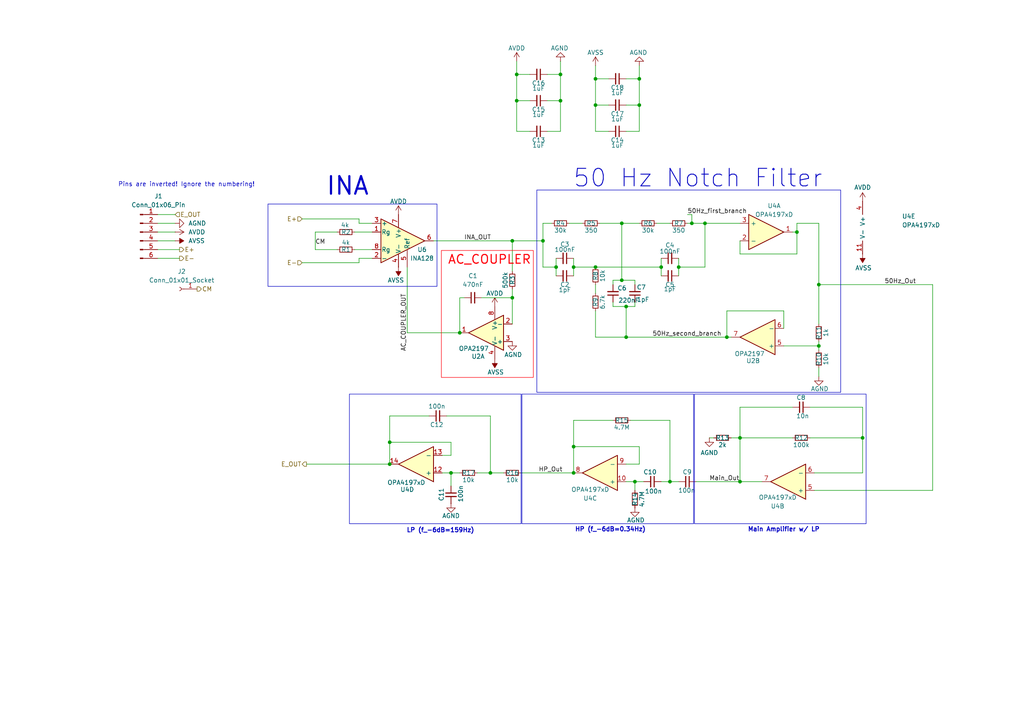
<source format=kicad_sch>
(kicad_sch
	(version 20250114)
	(generator "eeschema")
	(generator_version "9.0")
	(uuid "af4de567-cae2-4f77-ae99-18a1f928db6c")
	(paper "A4")
	(lib_symbols
		(symbol "ADS1298_EEG_LIB:AVDD"
			(power)
			(exclude_from_sim no)
			(in_bom no)
			(on_board no)
			(property "Reference" "#PWR"
				(at 0 -1.524 0)
				(effects
					(font
						(size 1.27 1.27)
					)
					(hide yes)
				)
			)
			(property "Value" "AVDD"
				(at 0.254 3.81 0)
				(effects
					(font
						(size 1.27 1.27)
					)
				)
			)
			(property "Footprint" ""
				(at 0 0 0)
				(effects
					(font
						(size 1.27 1.27)
					)
					(hide yes)
				)
			)
			(property "Datasheet" ""
				(at 0 0 0)
				(effects
					(font
						(size 1.27 1.27)
					)
					(hide yes)
				)
			)
			(property "Description" ""
				(at 0 0 0)
				(effects
					(font
						(size 1.27 1.27)
					)
					(hide yes)
				)
			)
			(symbol "AVDD_0_1"
				(polyline
					(pts
						(xy -0.762 1.27) (xy 0 2.54)
					)
					(stroke
						(width 0)
						(type default)
					)
					(fill
						(type none)
					)
				)
				(polyline
					(pts
						(xy 0 2.54) (xy 0.762 1.27)
					)
					(stroke
						(width 0)
						(type default)
					)
					(fill
						(type none)
					)
				)
				(polyline
					(pts
						(xy 0 0) (xy 0 2.54)
					)
					(stroke
						(width 0)
						(type default)
					)
					(fill
						(type none)
					)
				)
			)
			(symbol "AVDD_1_1"
				(pin power_in line
					(at 0 0 90)
					(length 2.54)
					(hide yes)
					(name "AVDD"
						(effects
							(font
								(size 1.27 1.27)
							)
						)
					)
					(number ""
						(effects
							(font
								(size 1.27 1.27)
							)
						)
					)
				)
			)
			(embedded_fonts no)
		)
		(symbol "Amplifier_Instrumentation:INA128"
			(pin_names
				(offset 0.127)
			)
			(exclude_from_sim no)
			(in_bom yes)
			(on_board yes)
			(property "Reference" "U"
				(at 3.81 3.175 0)
				(effects
					(font
						(size 1.27 1.27)
					)
					(justify left)
				)
			)
			(property "Value" "INA128"
				(at 3.81 -3.175 0)
				(effects
					(font
						(size 1.27 1.27)
					)
					(justify left)
				)
			)
			(property "Footprint" ""
				(at 2.54 0 0)
				(effects
					(font
						(size 1.27 1.27)
					)
					(hide yes)
				)
			)
			(property "Datasheet" "http://www.ti.com/lit/ds/symlink/ina128.pdf"
				(at 2.54 0 0)
				(effects
					(font
						(size 1.27 1.27)
					)
					(hide yes)
				)
			)
			(property "Description" "Precision, Low Power Instrumentation Amplifier G = 1 + 50kOhm/Rg, DIP-8/SOIC-8"
				(at 0 0 0)
				(effects
					(font
						(size 1.27 1.27)
					)
					(hide yes)
				)
			)
			(property "ki_keywords" "instrumentation opamp"
				(at 0 0 0)
				(effects
					(font
						(size 1.27 1.27)
					)
					(hide yes)
				)
			)
			(property "ki_fp_filters" "DIP*W7.62mm* SOIC*P1.27mm*"
				(at 0 0 0)
				(effects
					(font
						(size 1.27 1.27)
					)
					(hide yes)
				)
			)
			(symbol "INA128_0_1"
				(polyline
					(pts
						(xy 7.62 0) (xy -5.08 6.35) (xy -5.08 -6.35) (xy 7.62 0)
					)
					(stroke
						(width 0.254)
						(type default)
					)
					(fill
						(type background)
					)
				)
			)
			(symbol "INA128_1_1"
				(pin input line
					(at -7.62 5.08 0)
					(length 2.54)
					(name "+"
						(effects
							(font
								(size 1.27 1.27)
							)
						)
					)
					(number "3"
						(effects
							(font
								(size 1.27 1.27)
							)
						)
					)
				)
				(pin passive line
					(at -7.62 2.54 0)
					(length 2.54)
					(name "Rg"
						(effects
							(font
								(size 1.27 1.27)
							)
						)
					)
					(number "1"
						(effects
							(font
								(size 1.27 1.27)
							)
						)
					)
				)
				(pin passive line
					(at -7.62 -2.54 0)
					(length 2.54)
					(name "Rg"
						(effects
							(font
								(size 1.27 1.27)
							)
						)
					)
					(number "8"
						(effects
							(font
								(size 1.27 1.27)
							)
						)
					)
				)
				(pin input line
					(at -7.62 -5.08 0)
					(length 2.54)
					(name "-"
						(effects
							(font
								(size 1.27 1.27)
							)
						)
					)
					(number "2"
						(effects
							(font
								(size 1.27 1.27)
							)
						)
					)
				)
				(pin power_in line
					(at 0 7.62 270)
					(length 3.81)
					(name "V+"
						(effects
							(font
								(size 1.27 1.27)
							)
						)
					)
					(number "7"
						(effects
							(font
								(size 1.27 1.27)
							)
						)
					)
				)
				(pin power_in line
					(at 0 -7.62 90)
					(length 3.81)
					(name "V-"
						(effects
							(font
								(size 1.27 1.27)
							)
						)
					)
					(number "4"
						(effects
							(font
								(size 1.27 1.27)
							)
						)
					)
				)
				(pin input line
					(at 2.54 -7.62 90)
					(length 5.08)
					(name "Ref"
						(effects
							(font
								(size 1.27 1.27)
							)
						)
					)
					(number "5"
						(effects
							(font
								(size 1.27 1.27)
							)
						)
					)
				)
				(pin output line
					(at 10.16 0 180)
					(length 2.54)
					(name "~"
						(effects
							(font
								(size 1.27 1.27)
							)
						)
					)
					(number "6"
						(effects
							(font
								(size 1.27 1.27)
							)
						)
					)
				)
			)
			(embedded_fonts no)
		)
		(symbol "Amplifier_Operational:OPA2197xD"
			(pin_names
				(offset 0.127)
			)
			(exclude_from_sim no)
			(in_bom yes)
			(on_board yes)
			(property "Reference" "U"
				(at 2.54 6.35 0)
				(effects
					(font
						(size 1.27 1.27)
					)
					(justify left)
				)
			)
			(property "Value" "OPA2197xD"
				(at 2.54 3.81 0)
				(effects
					(font
						(size 1.27 1.27)
					)
					(justify left)
				)
			)
			(property "Footprint" "Package_SO:SOIC-8_3.9x4.9mm_P1.27mm"
				(at 2.54 0 0)
				(effects
					(font
						(size 1.27 1.27)
					)
					(hide yes)
				)
			)
			(property "Datasheet" "http://www.ti.com/lit/ds/symlink/opa2197.pdf"
				(at 6.35 3.81 0)
				(effects
					(font
						(size 1.27 1.27)
					)
					(hide yes)
				)
			)
			(property "Description" "Dual 36V, Precision, Rail-to-Rail Input/Output, Low Offset Voltage, Operational Amplifier, SOIC-8"
				(at 0 0 0)
				(effects
					(font
						(size 1.27 1.27)
					)
					(hide yes)
				)
			)
			(property "ki_locked" ""
				(at 0 0 0)
				(effects
					(font
						(size 1.27 1.27)
					)
				)
			)
			(property "ki_keywords" "dual opamp rtor"
				(at 0 0 0)
				(effects
					(font
						(size 1.27 1.27)
					)
					(hide yes)
				)
			)
			(property "ki_fp_filters" "SOIC*3.9x4.9mm*P1.27mm*"
				(at 0 0 0)
				(effects
					(font
						(size 1.27 1.27)
					)
					(hide yes)
				)
			)
			(symbol "OPA2197xD_1_1"
				(polyline
					(pts
						(xy 5.08 0) (xy -5.08 5.08) (xy -5.08 -5.08) (xy 5.08 0)
					)
					(stroke
						(width 0.254)
						(type default)
					)
					(fill
						(type background)
					)
				)
				(pin input line
					(at -7.62 2.54 0)
					(length 2.54)
					(name "+"
						(effects
							(font
								(size 1.27 1.27)
							)
						)
					)
					(number "3"
						(effects
							(font
								(size 1.27 1.27)
							)
						)
					)
				)
				(pin input line
					(at -7.62 -2.54 0)
					(length 2.54)
					(name "-"
						(effects
							(font
								(size 1.27 1.27)
							)
						)
					)
					(number "2"
						(effects
							(font
								(size 1.27 1.27)
							)
						)
					)
				)
				(pin output line
					(at 7.62 0 180)
					(length 2.54)
					(name "~"
						(effects
							(font
								(size 1.27 1.27)
							)
						)
					)
					(number "1"
						(effects
							(font
								(size 1.27 1.27)
							)
						)
					)
				)
			)
			(symbol "OPA2197xD_2_1"
				(polyline
					(pts
						(xy 5.08 0) (xy -5.08 5.08) (xy -5.08 -5.08) (xy 5.08 0)
					)
					(stroke
						(width 0.254)
						(type default)
					)
					(fill
						(type background)
					)
				)
				(pin input line
					(at -7.62 2.54 0)
					(length 2.54)
					(name "+"
						(effects
							(font
								(size 1.27 1.27)
							)
						)
					)
					(number "5"
						(effects
							(font
								(size 1.27 1.27)
							)
						)
					)
				)
				(pin input line
					(at -7.62 -2.54 0)
					(length 2.54)
					(name "-"
						(effects
							(font
								(size 1.27 1.27)
							)
						)
					)
					(number "6"
						(effects
							(font
								(size 1.27 1.27)
							)
						)
					)
				)
				(pin output line
					(at 7.62 0 180)
					(length 2.54)
					(name "~"
						(effects
							(font
								(size 1.27 1.27)
							)
						)
					)
					(number "7"
						(effects
							(font
								(size 1.27 1.27)
							)
						)
					)
				)
			)
			(symbol "OPA2197xD_3_1"
				(pin power_in line
					(at 0 7.62 270)
					(length 3.81)
					(name "V+"
						(effects
							(font
								(size 1.27 1.27)
							)
						)
					)
					(number "8"
						(effects
							(font
								(size 1.27 1.27)
							)
						)
					)
				)
				(pin power_in line
					(at 0 -7.62 90)
					(length 3.81)
					(name "V-"
						(effects
							(font
								(size 1.27 1.27)
							)
						)
					)
					(number "4"
						(effects
							(font
								(size 1.27 1.27)
							)
						)
					)
				)
			)
			(embedded_fonts no)
		)
		(symbol "Amplifier_Operational:OPA4197xD"
			(exclude_from_sim no)
			(in_bom yes)
			(on_board yes)
			(property "Reference" "U"
				(at 0 3.81 0)
				(effects
					(font
						(size 1.27 1.27)
					)
					(justify left)
				)
			)
			(property "Value" "OPA4197xD"
				(at 0 -3.81 0)
				(effects
					(font
						(size 1.27 1.27)
					)
					(justify left)
				)
			)
			(property "Footprint" "Package_SO:SOIC-14_3.9x8.7mm_P1.27mm"
				(at 0 0 0)
				(effects
					(font
						(size 1.27 1.27)
					)
					(hide yes)
				)
			)
			(property "Datasheet" "http://www.ti.com/lit/ds/symlink/opa4197.pdf"
				(at 0 0 0)
				(effects
					(font
						(size 1.27 1.27)
					)
					(hide yes)
				)
			)
			(property "Description" "Quad 36V, Precision, Rail-to-Rail Input/Output, Low Offset Voltage, Operational Amplifier, SOIC-14"
				(at 0 0 0)
				(effects
					(font
						(size 1.27 1.27)
					)
					(hide yes)
				)
			)
			(property "ki_locked" ""
				(at 0 0 0)
				(effects
					(font
						(size 1.27 1.27)
					)
				)
			)
			(property "ki_keywords" "quad opamp rtor"
				(at 0 0 0)
				(effects
					(font
						(size 1.27 1.27)
					)
					(hide yes)
				)
			)
			(property "ki_fp_filters" "SOIC*3.9x8.7mm*P1.27mm*"
				(at 0 0 0)
				(effects
					(font
						(size 1.27 1.27)
					)
					(hide yes)
				)
			)
			(symbol "OPA4197xD_1_1"
				(polyline
					(pts
						(xy -5.08 5.08) (xy 5.08 0) (xy -5.08 -5.08) (xy -5.08 5.08)
					)
					(stroke
						(width 0.254)
						(type default)
					)
					(fill
						(type background)
					)
				)
				(pin input line
					(at -7.62 2.54 0)
					(length 2.54)
					(name "+"
						(effects
							(font
								(size 1.27 1.27)
							)
						)
					)
					(number "3"
						(effects
							(font
								(size 1.27 1.27)
							)
						)
					)
				)
				(pin input line
					(at -7.62 -2.54 0)
					(length 2.54)
					(name "-"
						(effects
							(font
								(size 1.27 1.27)
							)
						)
					)
					(number "2"
						(effects
							(font
								(size 1.27 1.27)
							)
						)
					)
				)
				(pin output line
					(at 7.62 0 180)
					(length 2.54)
					(name "~"
						(effects
							(font
								(size 1.27 1.27)
							)
						)
					)
					(number "1"
						(effects
							(font
								(size 1.27 1.27)
							)
						)
					)
				)
			)
			(symbol "OPA4197xD_2_1"
				(polyline
					(pts
						(xy -5.08 5.08) (xy 5.08 0) (xy -5.08 -5.08) (xy -5.08 5.08)
					)
					(stroke
						(width 0.254)
						(type default)
					)
					(fill
						(type background)
					)
				)
				(pin input line
					(at -7.62 2.54 0)
					(length 2.54)
					(name "+"
						(effects
							(font
								(size 1.27 1.27)
							)
						)
					)
					(number "5"
						(effects
							(font
								(size 1.27 1.27)
							)
						)
					)
				)
				(pin input line
					(at -7.62 -2.54 0)
					(length 2.54)
					(name "-"
						(effects
							(font
								(size 1.27 1.27)
							)
						)
					)
					(number "6"
						(effects
							(font
								(size 1.27 1.27)
							)
						)
					)
				)
				(pin output line
					(at 7.62 0 180)
					(length 2.54)
					(name "~"
						(effects
							(font
								(size 1.27 1.27)
							)
						)
					)
					(number "7"
						(effects
							(font
								(size 1.27 1.27)
							)
						)
					)
				)
			)
			(symbol "OPA4197xD_3_1"
				(polyline
					(pts
						(xy -5.08 5.08) (xy 5.08 0) (xy -5.08 -5.08) (xy -5.08 5.08)
					)
					(stroke
						(width 0.254)
						(type default)
					)
					(fill
						(type background)
					)
				)
				(pin input line
					(at -7.62 2.54 0)
					(length 2.54)
					(name "+"
						(effects
							(font
								(size 1.27 1.27)
							)
						)
					)
					(number "10"
						(effects
							(font
								(size 1.27 1.27)
							)
						)
					)
				)
				(pin input line
					(at -7.62 -2.54 0)
					(length 2.54)
					(name "-"
						(effects
							(font
								(size 1.27 1.27)
							)
						)
					)
					(number "9"
						(effects
							(font
								(size 1.27 1.27)
							)
						)
					)
				)
				(pin output line
					(at 7.62 0 180)
					(length 2.54)
					(name "~"
						(effects
							(font
								(size 1.27 1.27)
							)
						)
					)
					(number "8"
						(effects
							(font
								(size 1.27 1.27)
							)
						)
					)
				)
			)
			(symbol "OPA4197xD_4_1"
				(polyline
					(pts
						(xy -5.08 5.08) (xy 5.08 0) (xy -5.08 -5.08) (xy -5.08 5.08)
					)
					(stroke
						(width 0.254)
						(type default)
					)
					(fill
						(type background)
					)
				)
				(pin input line
					(at -7.62 2.54 0)
					(length 2.54)
					(name "+"
						(effects
							(font
								(size 1.27 1.27)
							)
						)
					)
					(number "12"
						(effects
							(font
								(size 1.27 1.27)
							)
						)
					)
				)
				(pin input line
					(at -7.62 -2.54 0)
					(length 2.54)
					(name "-"
						(effects
							(font
								(size 1.27 1.27)
							)
						)
					)
					(number "13"
						(effects
							(font
								(size 1.27 1.27)
							)
						)
					)
				)
				(pin output line
					(at 7.62 0 180)
					(length 2.54)
					(name "~"
						(effects
							(font
								(size 1.27 1.27)
							)
						)
					)
					(number "14"
						(effects
							(font
								(size 1.27 1.27)
							)
						)
					)
				)
			)
			(symbol "OPA4197xD_5_1"
				(pin power_in line
					(at -2.54 7.62 270)
					(length 3.81)
					(name "V+"
						(effects
							(font
								(size 1.27 1.27)
							)
						)
					)
					(number "4"
						(effects
							(font
								(size 1.27 1.27)
							)
						)
					)
				)
				(pin power_in line
					(at -2.54 -7.62 90)
					(length 3.81)
					(name "V-"
						(effects
							(font
								(size 1.27 1.27)
							)
						)
					)
					(number "11"
						(effects
							(font
								(size 1.27 1.27)
							)
						)
					)
				)
			)
			(embedded_fonts no)
		)
		(symbol "Connector:Conn_01x01_Socket"
			(pin_names
				(offset 1.016)
				(hide yes)
			)
			(exclude_from_sim no)
			(in_bom yes)
			(on_board yes)
			(property "Reference" "J"
				(at 0 2.54 0)
				(effects
					(font
						(size 1.27 1.27)
					)
				)
			)
			(property "Value" "Conn_01x01_Socket"
				(at 0 -2.54 0)
				(effects
					(font
						(size 1.27 1.27)
					)
				)
			)
			(property "Footprint" ""
				(at 0 0 0)
				(effects
					(font
						(size 1.27 1.27)
					)
					(hide yes)
				)
			)
			(property "Datasheet" "~"
				(at 0 0 0)
				(effects
					(font
						(size 1.27 1.27)
					)
					(hide yes)
				)
			)
			(property "Description" "Generic connector, single row, 01x01, script generated"
				(at 0 0 0)
				(effects
					(font
						(size 1.27 1.27)
					)
					(hide yes)
				)
			)
			(property "ki_locked" ""
				(at 0 0 0)
				(effects
					(font
						(size 1.27 1.27)
					)
				)
			)
			(property "ki_keywords" "connector"
				(at 0 0 0)
				(effects
					(font
						(size 1.27 1.27)
					)
					(hide yes)
				)
			)
			(property "ki_fp_filters" "Connector*:*_1x??_*"
				(at 0 0 0)
				(effects
					(font
						(size 1.27 1.27)
					)
					(hide yes)
				)
			)
			(symbol "Conn_01x01_Socket_1_1"
				(polyline
					(pts
						(xy -1.27 0) (xy -0.508 0)
					)
					(stroke
						(width 0.1524)
						(type default)
					)
					(fill
						(type none)
					)
				)
				(arc
					(start 0 -0.508)
					(mid -0.5058 0)
					(end 0 0.508)
					(stroke
						(width 0.1524)
						(type default)
					)
					(fill
						(type none)
					)
				)
				(pin passive line
					(at -5.08 0 0)
					(length 3.81)
					(name "Pin_1"
						(effects
							(font
								(size 1.27 1.27)
							)
						)
					)
					(number "1"
						(effects
							(font
								(size 1.27 1.27)
							)
						)
					)
				)
			)
			(embedded_fonts no)
		)
		(symbol "Connector:Conn_01x06_Pin"
			(pin_names
				(offset 1.016)
				(hide yes)
			)
			(exclude_from_sim no)
			(in_bom yes)
			(on_board yes)
			(property "Reference" "J"
				(at 0 7.62 0)
				(effects
					(font
						(size 1.27 1.27)
					)
				)
			)
			(property "Value" "Conn_01x06_Pin"
				(at 0 -10.16 0)
				(effects
					(font
						(size 1.27 1.27)
					)
				)
			)
			(property "Footprint" ""
				(at 0 0 0)
				(effects
					(font
						(size 1.27 1.27)
					)
					(hide yes)
				)
			)
			(property "Datasheet" "~"
				(at 0 0 0)
				(effects
					(font
						(size 1.27 1.27)
					)
					(hide yes)
				)
			)
			(property "Description" "Generic connector, single row, 01x06, script generated"
				(at 0 0 0)
				(effects
					(font
						(size 1.27 1.27)
					)
					(hide yes)
				)
			)
			(property "ki_locked" ""
				(at 0 0 0)
				(effects
					(font
						(size 1.27 1.27)
					)
				)
			)
			(property "ki_keywords" "connector"
				(at 0 0 0)
				(effects
					(font
						(size 1.27 1.27)
					)
					(hide yes)
				)
			)
			(property "ki_fp_filters" "Connector*:*_1x??_*"
				(at 0 0 0)
				(effects
					(font
						(size 1.27 1.27)
					)
					(hide yes)
				)
			)
			(symbol "Conn_01x06_Pin_1_1"
				(rectangle
					(start 0.8636 5.207)
					(end 0 4.953)
					(stroke
						(width 0.1524)
						(type default)
					)
					(fill
						(type outline)
					)
				)
				(rectangle
					(start 0.8636 2.667)
					(end 0 2.413)
					(stroke
						(width 0.1524)
						(type default)
					)
					(fill
						(type outline)
					)
				)
				(rectangle
					(start 0.8636 0.127)
					(end 0 -0.127)
					(stroke
						(width 0.1524)
						(type default)
					)
					(fill
						(type outline)
					)
				)
				(rectangle
					(start 0.8636 -2.413)
					(end 0 -2.667)
					(stroke
						(width 0.1524)
						(type default)
					)
					(fill
						(type outline)
					)
				)
				(rectangle
					(start 0.8636 -4.953)
					(end 0 -5.207)
					(stroke
						(width 0.1524)
						(type default)
					)
					(fill
						(type outline)
					)
				)
				(rectangle
					(start 0.8636 -7.493)
					(end 0 -7.747)
					(stroke
						(width 0.1524)
						(type default)
					)
					(fill
						(type outline)
					)
				)
				(polyline
					(pts
						(xy 1.27 5.08) (xy 0.8636 5.08)
					)
					(stroke
						(width 0.1524)
						(type default)
					)
					(fill
						(type none)
					)
				)
				(polyline
					(pts
						(xy 1.27 2.54) (xy 0.8636 2.54)
					)
					(stroke
						(width 0.1524)
						(type default)
					)
					(fill
						(type none)
					)
				)
				(polyline
					(pts
						(xy 1.27 0) (xy 0.8636 0)
					)
					(stroke
						(width 0.1524)
						(type default)
					)
					(fill
						(type none)
					)
				)
				(polyline
					(pts
						(xy 1.27 -2.54) (xy 0.8636 -2.54)
					)
					(stroke
						(width 0.1524)
						(type default)
					)
					(fill
						(type none)
					)
				)
				(polyline
					(pts
						(xy 1.27 -5.08) (xy 0.8636 -5.08)
					)
					(stroke
						(width 0.1524)
						(type default)
					)
					(fill
						(type none)
					)
				)
				(polyline
					(pts
						(xy 1.27 -7.62) (xy 0.8636 -7.62)
					)
					(stroke
						(width 0.1524)
						(type default)
					)
					(fill
						(type none)
					)
				)
				(pin passive line
					(at 5.08 5.08 180)
					(length 3.81)
					(name "Pin_1"
						(effects
							(font
								(size 1.27 1.27)
							)
						)
					)
					(number "1"
						(effects
							(font
								(size 1.27 1.27)
							)
						)
					)
				)
				(pin passive line
					(at 5.08 2.54 180)
					(length 3.81)
					(name "Pin_2"
						(effects
							(font
								(size 1.27 1.27)
							)
						)
					)
					(number "2"
						(effects
							(font
								(size 1.27 1.27)
							)
						)
					)
				)
				(pin passive line
					(at 5.08 0 180)
					(length 3.81)
					(name "Pin_3"
						(effects
							(font
								(size 1.27 1.27)
							)
						)
					)
					(number "3"
						(effects
							(font
								(size 1.27 1.27)
							)
						)
					)
				)
				(pin passive line
					(at 5.08 -2.54 180)
					(length 3.81)
					(name "Pin_4"
						(effects
							(font
								(size 1.27 1.27)
							)
						)
					)
					(number "4"
						(effects
							(font
								(size 1.27 1.27)
							)
						)
					)
				)
				(pin passive line
					(at 5.08 -5.08 180)
					(length 3.81)
					(name "Pin_5"
						(effects
							(font
								(size 1.27 1.27)
							)
						)
					)
					(number "5"
						(effects
							(font
								(size 1.27 1.27)
							)
						)
					)
				)
				(pin passive line
					(at 5.08 -7.62 180)
					(length 3.81)
					(name "Pin_6"
						(effects
							(font
								(size 1.27 1.27)
							)
						)
					)
					(number "6"
						(effects
							(font
								(size 1.27 1.27)
							)
						)
					)
				)
			)
			(embedded_fonts no)
		)
		(symbol "Device:C_Small"
			(pin_numbers
				(hide yes)
			)
			(pin_names
				(offset 0.254)
				(hide yes)
			)
			(exclude_from_sim no)
			(in_bom yes)
			(on_board yes)
			(property "Reference" "C"
				(at 0.254 1.778 0)
				(effects
					(font
						(size 1.27 1.27)
					)
					(justify left)
				)
			)
			(property "Value" "C_Small"
				(at 0.254 -2.032 0)
				(effects
					(font
						(size 1.27 1.27)
					)
					(justify left)
				)
			)
			(property "Footprint" ""
				(at 0 0 0)
				(effects
					(font
						(size 1.27 1.27)
					)
					(hide yes)
				)
			)
			(property "Datasheet" "~"
				(at 0 0 0)
				(effects
					(font
						(size 1.27 1.27)
					)
					(hide yes)
				)
			)
			(property "Description" "Unpolarized capacitor, small symbol"
				(at 0 0 0)
				(effects
					(font
						(size 1.27 1.27)
					)
					(hide yes)
				)
			)
			(property "ki_keywords" "capacitor cap"
				(at 0 0 0)
				(effects
					(font
						(size 1.27 1.27)
					)
					(hide yes)
				)
			)
			(property "ki_fp_filters" "C_*"
				(at 0 0 0)
				(effects
					(font
						(size 1.27 1.27)
					)
					(hide yes)
				)
			)
			(symbol "C_Small_0_1"
				(polyline
					(pts
						(xy -1.524 0.508) (xy 1.524 0.508)
					)
					(stroke
						(width 0.3048)
						(type default)
					)
					(fill
						(type none)
					)
				)
				(polyline
					(pts
						(xy -1.524 -0.508) (xy 1.524 -0.508)
					)
					(stroke
						(width 0.3302)
						(type default)
					)
					(fill
						(type none)
					)
				)
			)
			(symbol "C_Small_1_1"
				(pin passive line
					(at 0 2.54 270)
					(length 2.032)
					(name "~"
						(effects
							(font
								(size 1.27 1.27)
							)
						)
					)
					(number "1"
						(effects
							(font
								(size 1.27 1.27)
							)
						)
					)
				)
				(pin passive line
					(at 0 -2.54 90)
					(length 2.032)
					(name "~"
						(effects
							(font
								(size 1.27 1.27)
							)
						)
					)
					(number "2"
						(effects
							(font
								(size 1.27 1.27)
							)
						)
					)
				)
			)
			(embedded_fonts no)
		)
		(symbol "Device:R_Small"
			(pin_numbers
				(hide yes)
			)
			(pin_names
				(offset 0.254)
				(hide yes)
			)
			(exclude_from_sim no)
			(in_bom yes)
			(on_board yes)
			(property "Reference" "R"
				(at 0.762 0.508 0)
				(effects
					(font
						(size 1.27 1.27)
					)
					(justify left)
				)
			)
			(property "Value" "R_Small"
				(at 0.762 -1.016 0)
				(effects
					(font
						(size 1.27 1.27)
					)
					(justify left)
				)
			)
			(property "Footprint" ""
				(at 0 0 0)
				(effects
					(font
						(size 1.27 1.27)
					)
					(hide yes)
				)
			)
			(property "Datasheet" "~"
				(at 0 0 0)
				(effects
					(font
						(size 1.27 1.27)
					)
					(hide yes)
				)
			)
			(property "Description" "Resistor, small symbol"
				(at 0 0 0)
				(effects
					(font
						(size 1.27 1.27)
					)
					(hide yes)
				)
			)
			(property "ki_keywords" "R resistor"
				(at 0 0 0)
				(effects
					(font
						(size 1.27 1.27)
					)
					(hide yes)
				)
			)
			(property "ki_fp_filters" "R_*"
				(at 0 0 0)
				(effects
					(font
						(size 1.27 1.27)
					)
					(hide yes)
				)
			)
			(symbol "R_Small_0_1"
				(rectangle
					(start -0.762 1.778)
					(end 0.762 -1.778)
					(stroke
						(width 0.2032)
						(type default)
					)
					(fill
						(type none)
					)
				)
			)
			(symbol "R_Small_1_1"
				(pin passive line
					(at 0 2.54 270)
					(length 0.762)
					(name "~"
						(effects
							(font
								(size 1.27 1.27)
							)
						)
					)
					(number "1"
						(effects
							(font
								(size 1.27 1.27)
							)
						)
					)
				)
				(pin passive line
					(at 0 -2.54 90)
					(length 0.762)
					(name "~"
						(effects
							(font
								(size 1.27 1.27)
							)
						)
					)
					(number "2"
						(effects
							(font
								(size 1.27 1.27)
							)
						)
					)
				)
			)
			(embedded_fonts no)
		)
		(symbol "power:+3V3"
			(power)
			(pin_numbers
				(hide yes)
			)
			(pin_names
				(offset 0)
				(hide yes)
			)
			(exclude_from_sim no)
			(in_bom yes)
			(on_board yes)
			(property "Reference" "#PWR"
				(at 0 -4.064 0)
				(effects
					(font
						(size 1.27 1.27)
					)
					(hide yes)
				)
			)
			(property "Value" "+3V3"
				(at -0.762 3.302 0)
				(effects
					(font
						(size 1.27 1.27)
					)
				)
			)
			(property "Footprint" ""
				(at 0 0 0)
				(effects
					(font
						(size 1.27 1.27)
					)
					(hide yes)
				)
			)
			(property "Datasheet" ""
				(at 0 0 0)
				(effects
					(font
						(size 1.27 1.27)
					)
					(hide yes)
				)
			)
			(property "Description" "Power symbol creates a global label with name \"+3V3\""
				(at -0.508 0.254 0)
				(effects
					(font
						(size 1.27 1.27)
					)
					(hide yes)
				)
			)
			(property "ki_keywords" "global power"
				(at 0 0 0)
				(effects
					(font
						(size 1.27 1.27)
					)
					(hide yes)
				)
			)
			(symbol "+3V3_0_1"
				(polyline
					(pts
						(xy -0.762 1.27) (xy 0 2.54)
					)
					(stroke
						(width 0)
						(type default)
					)
					(fill
						(type none)
					)
				)
				(polyline
					(pts
						(xy 0 2.54) (xy 0.762 1.27)
					)
					(stroke
						(width 0)
						(type default)
					)
					(fill
						(type none)
					)
				)
				(polyline
					(pts
						(xy 0 0) (xy 0 2.54)
					)
					(stroke
						(width 0)
						(type default)
					)
					(fill
						(type none)
					)
				)
			)
			(symbol "+3V3_1_1"
				(pin power_in line
					(at 0 0 90)
					(length 0)
					(name "~"
						(effects
							(font
								(size 1.27 1.27)
							)
						)
					)
					(number "1"
						(effects
							(font
								(size 1.27 1.27)
							)
						)
					)
				)
			)
			(embedded_fonts no)
		)
		(symbol "power:-3V3"
			(power)
			(pin_numbers
				(hide yes)
			)
			(pin_names
				(offset 0)
				(hide yes)
			)
			(exclude_from_sim no)
			(in_bom yes)
			(on_board yes)
			(property "Reference" "#PWR"
				(at 0 -3.81 0)
				(effects
					(font
						(size 1.27 1.27)
					)
					(hide yes)
				)
			)
			(property "Value" "-3V3"
				(at 0 3.556 0)
				(effects
					(font
						(size 1.27 1.27)
					)
				)
			)
			(property "Footprint" ""
				(at 0 0 0)
				(effects
					(font
						(size 1.27 1.27)
					)
					(hide yes)
				)
			)
			(property "Datasheet" ""
				(at 0 0 0)
				(effects
					(font
						(size 1.27 1.27)
					)
					(hide yes)
				)
			)
			(property "Description" "Power symbol creates a global label with name \"-3V3\""
				(at 0 0 0)
				(effects
					(font
						(size 1.27 1.27)
					)
					(hide yes)
				)
			)
			(property "ki_keywords" "global power"
				(at 0 0 0)
				(effects
					(font
						(size 1.27 1.27)
					)
					(hide yes)
				)
			)
			(symbol "-3V3_0_0"
				(pin power_in line
					(at 0 0 90)
					(length 0)
					(name "~"
						(effects
							(font
								(size 1.27 1.27)
							)
						)
					)
					(number "1"
						(effects
							(font
								(size 1.27 1.27)
							)
						)
					)
				)
			)
			(symbol "-3V3_0_1"
				(polyline
					(pts
						(xy 0 0) (xy 0 1.27) (xy 0.762 1.27) (xy 0 2.54) (xy -0.762 1.27) (xy 0 1.27)
					)
					(stroke
						(width 0)
						(type default)
					)
					(fill
						(type outline)
					)
				)
			)
			(embedded_fonts no)
		)
		(symbol "power:GND"
			(power)
			(pin_numbers
				(hide yes)
			)
			(pin_names
				(offset 0)
				(hide yes)
			)
			(exclude_from_sim no)
			(in_bom yes)
			(on_board yes)
			(property "Reference" "#PWR"
				(at 0 -6.35 0)
				(effects
					(font
						(size 1.27 1.27)
					)
					(hide yes)
				)
			)
			(property "Value" "GND"
				(at 0 -3.81 0)
				(effects
					(font
						(size 1.27 1.27)
					)
				)
			)
			(property "Footprint" ""
				(at 0 0 0)
				(effects
					(font
						(size 1.27 1.27)
					)
					(hide yes)
				)
			)
			(property "Datasheet" ""
				(at 0 0 0)
				(effects
					(font
						(size 1.27 1.27)
					)
					(hide yes)
				)
			)
			(property "Description" "Power symbol creates a global label with name \"GND\" , ground"
				(at 0 0 0)
				(effects
					(font
						(size 1.27 1.27)
					)
					(hide yes)
				)
			)
			(property "ki_keywords" "global power"
				(at 0 0 0)
				(effects
					(font
						(size 1.27 1.27)
					)
					(hide yes)
				)
			)
			(symbol "GND_0_1"
				(polyline
					(pts
						(xy 0 0) (xy 0 -1.27) (xy 1.27 -1.27) (xy 0 -2.54) (xy -1.27 -1.27) (xy 0 -1.27)
					)
					(stroke
						(width 0)
						(type default)
					)
					(fill
						(type none)
					)
				)
			)
			(symbol "GND_1_1"
				(pin power_in line
					(at 0 0 270)
					(length 0)
					(name "~"
						(effects
							(font
								(size 1.27 1.27)
							)
						)
					)
					(number "1"
						(effects
							(font
								(size 1.27 1.27)
							)
						)
					)
				)
			)
			(embedded_fonts no)
		)
	)
	(rectangle
		(start 101.346 114.3)
		(end 151.13 151.892)
		(stroke
			(width 0)
			(type default)
		)
		(fill
			(type none)
		)
		(uuid 1a8df37c-3f4c-44b4-a9ff-a720c61edfa0)
	)
	(rectangle
		(start 151.384 114.3)
		(end 201.168 151.892)
		(stroke
			(width 0)
			(type default)
		)
		(fill
			(type none)
		)
		(uuid 377f9070-a1ab-4188-9eec-3be97a9b9593)
	)
	(rectangle
		(start 201.422 114.3)
		(end 251.206 151.892)
		(stroke
			(width 0)
			(type default)
		)
		(fill
			(type none)
		)
		(uuid 6281cd1e-4e2d-45d9-a954-ba4abc692179)
	)
	(rectangle
		(start 77.724 59.182)
		(end 126.746 83.058)
		(stroke
			(width 0)
			(type default)
		)
		(fill
			(type none)
		)
		(uuid 763b7fd9-0a89-4f69-8893-84eee1e3b1e4)
	)
	(rectangle
		(start 155.702 55.118)
		(end 243.84 113.792)
		(stroke
			(width 0)
			(type default)
		)
		(fill
			(type none)
		)
		(uuid f2e1a4ee-5ba8-4704-b222-b6ede629441f)
	)
	(rectangle
		(start 128.016 72.644)
		(end 154.686 109.474)
		(stroke
			(width 0)
			(type solid)
			(color 255 0 11 1)
		)
		(fill
			(type none)
		)
		(uuid fb5706fa-678a-4144-8eae-d40541062e16)
	)
	(text "HP (f_-6dB=0.34Hz)"
		(exclude_from_sim no)
		(at 177.038 153.67 0)
		(effects
			(font
				(size 1.27 1.27)
				(thickness 0.254)
				(bold yes)
			)
		)
		(uuid "12427d37-3cb1-4a20-ad01-ded5aabe97e9")
	)
	(text "LP (f_-6dB=159Hz)"
		(exclude_from_sim no)
		(at 127.762 153.924 0)
		(effects
			(font
				(size 1.27 1.27)
				(thickness 0.254)
				(bold yes)
			)
		)
		(uuid "491d25cd-f778-4771-9485-8d119829851e")
	)
	(text "Pins are inverted! Ignore the numbering!"
		(exclude_from_sim no)
		(at 54.102 53.594 0)
		(effects
			(font
				(size 1.27 1.27)
			)
		)
		(uuid "76030c55-6cc9-4674-81c2-cd1fae33b330")
	)
	(text "50 Hz Notch Filter\n"
		(exclude_from_sim no)
		(at 202.438 51.816 0)
		(effects
			(font
				(size 5.08 5.08)
				(thickness 0.254)
				(bold yes)
			)
		)
		(uuid "8d594933-8aa8-417e-834c-db81563e8c80")
	)
	(text "Main Amplifier w/ LP\n"
		(exclude_from_sim no)
		(at 227.33 153.67 0)
		(effects
			(font
				(size 1.27 1.27)
				(thickness 0.254)
				(bold yes)
			)
		)
		(uuid "a23af526-bb28-4d24-a084-3e04f7474706")
	)
	(text "INA"
		(exclude_from_sim no)
		(at 100.838 54.102 0)
		(effects
			(font
				(size 5.08 5.08)
				(thickness 0.635)
			)
		)
		(uuid "d3926b62-33ae-4699-836d-3b5b0ff31c74")
	)
	(text "AC_COUPLER"
		(exclude_from_sim no)
		(at 141.986 75.438 0)
		(effects
			(font
				(size 2.54 2.54)
				(thickness 0.3175)
				(color 255 0 8 1)
			)
		)
		(uuid "f9ea9a8d-d3ef-40cc-9dc5-422e4a242efc")
	)
	(junction
		(at 172.72 22.86)
		(diameter 0)
		(color 0 0 0 0)
		(uuid "080b5027-8bab-4a06-bcf8-b6d38c08fc75")
	)
	(junction
		(at 166.37 137.16)
		(diameter 0)
		(color 0 0 0 0)
		(uuid "0dc6ef69-5d75-4999-96b4-93c85805a1b1")
	)
	(junction
		(at 237.49 82.55)
		(diameter 0)
		(color 0 0 0 0)
		(uuid "1460bfd0-c409-438f-b38a-7014a7ab05dc")
	)
	(junction
		(at 194.31 139.7)
		(diameter 0)
		(color 0 0 0 0)
		(uuid "15f9f9c8-d073-4375-b2af-f36179f5b7a1")
	)
	(junction
		(at 231.14 67.31)
		(diameter 0)
		(color 0 0 0 0)
		(uuid "1ff01a75-5689-4b67-ae5a-8d4d0d34a1e5")
	)
	(junction
		(at 200.66 64.77)
		(diameter 0)
		(color 0 0 0 0)
		(uuid "21ce4c04-7a20-421d-ab2b-73b9e030fcb5")
	)
	(junction
		(at 157.48 69.85)
		(diameter 0)
		(color 0 0 0 0)
		(uuid "2b305ee8-0eb8-45f7-8ee9-17650d240db8")
	)
	(junction
		(at 237.49 100.33)
		(diameter 0)
		(color 0 0 0 0)
		(uuid "3ae70323-83ea-42ef-a30f-c19d0d256678")
	)
	(junction
		(at 130.81 137.16)
		(diameter 0)
		(color 0 0 0 0)
		(uuid "516d627b-bfd3-471a-9a4c-a53f0e0729ce")
	)
	(junction
		(at 185.42 30.48)
		(diameter 0)
		(color 0 0 0 0)
		(uuid "5250eead-076a-47e5-be00-e148f51294b5")
	)
	(junction
		(at 148.59 69.85)
		(diameter 0)
		(color 0 0 0 0)
		(uuid "5682e8e0-037c-4ded-9416-0c3204b4e516")
	)
	(junction
		(at 149.86 21.59)
		(diameter 0)
		(color 0 0 0 0)
		(uuid "6286cff1-6a41-4c3f-9b4d-4fa452a1642a")
	)
	(junction
		(at 204.47 64.77)
		(diameter 0)
		(color 0 0 0 0)
		(uuid "79e30a39-dd01-4ceb-b0e0-b3d8a44d1bd1")
	)
	(junction
		(at 148.59 86.36)
		(diameter 0)
		(color 0 0 0 0)
		(uuid "81aca404-30e3-480a-bf1c-44603c01febc")
	)
	(junction
		(at 181.61 88.9)
		(diameter 0)
		(color 0 0 0 0)
		(uuid "8889d727-b5f9-4aed-9396-de0ab12f9ac0")
	)
	(junction
		(at 191.77 77.47)
		(diameter 0)
		(color 0 0 0 0)
		(uuid "88e8adfa-aed8-4846-b0ae-11b1b4f2bdbd")
	)
	(junction
		(at 181.61 97.79)
		(diameter 0)
		(color 0 0 0 0)
		(uuid "89df20f6-1f23-4b0d-bc47-0e6ce00d6545")
	)
	(junction
		(at 133.35 96.52)
		(diameter 0)
		(color 0 0 0 0)
		(uuid "8a39e8c2-e2c4-4337-978d-ec009b93b26f")
	)
	(junction
		(at 166.37 129.54)
		(diameter 0)
		(color 0 0 0 0)
		(uuid "95883559-71ad-4e1b-b08c-dc412189ab7c")
	)
	(junction
		(at 172.72 77.47)
		(diameter 0)
		(color 0 0 0 0)
		(uuid "98b75671-24f5-4024-980a-48aff4b7b9eb")
	)
	(junction
		(at 113.03 128.27)
		(diameter 0)
		(color 0 0 0 0)
		(uuid "a17f0474-8a25-44fd-8e7f-93ed1d9b2ff8")
	)
	(junction
		(at 185.42 22.86)
		(diameter 0)
		(color 0 0 0 0)
		(uuid "b2e795a6-1fc5-4f6a-8b77-fa9e162104f2")
	)
	(junction
		(at 161.29 77.47)
		(diameter 0)
		(color 0 0 0 0)
		(uuid "b63c0bd9-aaed-4436-895b-d373c78b4a1d")
	)
	(junction
		(at 250.19 127)
		(diameter 0)
		(color 0 0 0 0)
		(uuid "be5290a3-8460-4dff-ab1b-161e2200fc0a")
	)
	(junction
		(at 172.72 30.48)
		(diameter 0)
		(color 0 0 0 0)
		(uuid "c26303fa-10c2-4896-8957-67da8baed516")
	)
	(junction
		(at 214.63 139.7)
		(diameter 0)
		(color 0 0 0 0)
		(uuid "ca7560f0-41e8-497c-88aa-6eb945a87b4e")
	)
	(junction
		(at 184.15 139.7)
		(diameter 0)
		(color 0 0 0 0)
		(uuid "cd1d71c8-51bf-454f-b067-be1a1a00c089")
	)
	(junction
		(at 180.34 64.77)
		(diameter 0)
		(color 0 0 0 0)
		(uuid "cf1f30df-eb38-41e0-b014-7cc415789673")
	)
	(junction
		(at 214.63 127)
		(diameter 0)
		(color 0 0 0 0)
		(uuid "d99fe658-7404-45e9-9ba5-40acd686a995")
	)
	(junction
		(at 149.86 29.21)
		(diameter 0)
		(color 0 0 0 0)
		(uuid "dcdceab4-e3a0-4373-9eea-1d6be472cc74")
	)
	(junction
		(at 180.34 81.28)
		(diameter 0)
		(color 0 0 0 0)
		(uuid "dd3cc9c6-52dd-4a2a-a798-b90a9bba0a1c")
	)
	(junction
		(at 196.85 77.47)
		(diameter 0)
		(color 0 0 0 0)
		(uuid "e03172fe-a836-4be0-926f-97342546c0b9")
	)
	(junction
		(at 142.24 137.16)
		(diameter 0)
		(color 0 0 0 0)
		(uuid "ec22c373-0907-435f-93b0-d048196c42bf")
	)
	(junction
		(at 162.56 21.59)
		(diameter 0)
		(color 0 0 0 0)
		(uuid "edfb1ebd-d02c-4998-8045-5364b50e6ccc")
	)
	(junction
		(at 166.37 77.47)
		(diameter 0)
		(color 0 0 0 0)
		(uuid "f20358a7-e084-4170-9af6-d5991c8cbbd7")
	)
	(junction
		(at 162.56 29.21)
		(diameter 0)
		(color 0 0 0 0)
		(uuid "f6023f71-e9ce-4b9e-9e19-40465cb505c4")
	)
	(junction
		(at 210.82 97.79)
		(diameter 0)
		(color 0 0 0 0)
		(uuid "f8c5a6c4-c3de-430f-9941-e2b493922a2e")
	)
	(junction
		(at 113.03 134.62)
		(diameter 0)
		(color 0 0 0 0)
		(uuid "fd868d65-136d-4453-a739-7967ca007175")
	)
	(wire
		(pts
			(xy 270.51 142.24) (xy 236.22 142.24)
		)
		(stroke
			(width 0)
			(type default)
		)
		(uuid "000519eb-e06f-4950-98d3-9263b471f5fd")
	)
	(wire
		(pts
			(xy 184.15 139.7) (xy 186.69 139.7)
		)
		(stroke
			(width 0)
			(type default)
		)
		(uuid "0080c878-64ca-47a1-a301-f6c3a0b832b2")
	)
	(wire
		(pts
			(xy 214.63 73.66) (xy 231.14 73.66)
		)
		(stroke
			(width 0)
			(type default)
		)
		(uuid "014b1ef1-92a1-47f1-90e1-858f0325d521")
	)
	(wire
		(pts
			(xy 177.8 121.92) (xy 166.37 121.92)
		)
		(stroke
			(width 0)
			(type default)
		)
		(uuid "016b8fb3-c0b0-4d35-82bd-b359f03198e3")
	)
	(wire
		(pts
			(xy 237.49 82.55) (xy 237.49 64.77)
		)
		(stroke
			(width 0)
			(type default)
		)
		(uuid "02f22713-baea-4c0a-b6d6-d08dc705e95e")
	)
	(wire
		(pts
			(xy 148.59 69.85) (xy 148.59 78.74)
		)
		(stroke
			(width 0)
			(type default)
		)
		(uuid "02fcdd26-8f97-42aa-9ab2-3d20b74aa320")
	)
	(wire
		(pts
			(xy 227.33 90.17) (xy 227.33 95.25)
		)
		(stroke
			(width 0)
			(type default)
		)
		(uuid "03a6f9d3-36ef-41f6-aa47-98fa8d9a7c4e")
	)
	(wire
		(pts
			(xy 214.63 118.11) (xy 229.87 118.11)
		)
		(stroke
			(width 0)
			(type default)
		)
		(uuid "0905654e-d1e6-4c0d-a59d-091e19460b98")
	)
	(wire
		(pts
			(xy 181.61 88.9) (xy 184.15 88.9)
		)
		(stroke
			(width 0)
			(type default)
		)
		(uuid "0a62c4ff-53ca-49da-b0d6-cde7d9cecd19")
	)
	(wire
		(pts
			(xy 45.72 72.39) (xy 52.07 72.39)
		)
		(stroke
			(width 0)
			(type default)
		)
		(uuid "0b1b2509-dba9-49d1-8471-2cb64b9549ec")
	)
	(wire
		(pts
			(xy 237.49 99.06) (xy 237.49 100.33)
		)
		(stroke
			(width 0)
			(type default)
		)
		(uuid "0c1f347f-b25b-467d-bc2e-21a2c6409d5c")
	)
	(wire
		(pts
			(xy 130.81 137.16) (xy 130.81 140.97)
		)
		(stroke
			(width 0)
			(type default)
		)
		(uuid "0ddf1ca2-db57-4b83-91aa-a4b27a36017f")
	)
	(wire
		(pts
			(xy 128.27 137.16) (xy 130.81 137.16)
		)
		(stroke
			(width 0)
			(type default)
		)
		(uuid "0e81705d-e1c2-41af-b935-efd6b704ef21")
	)
	(wire
		(pts
			(xy 139.7 86.36) (xy 148.59 86.36)
		)
		(stroke
			(width 0)
			(type default)
		)
		(uuid "0e93120f-db68-487d-ac9f-cafde5e946c0")
	)
	(wire
		(pts
			(xy 181.61 30.48) (xy 185.42 30.48)
		)
		(stroke
			(width 0)
			(type default)
		)
		(uuid "11adbbd4-8c8d-473b-a401-99134da912fd")
	)
	(wire
		(pts
			(xy 149.86 29.21) (xy 149.86 38.1)
		)
		(stroke
			(width 0)
			(type default)
		)
		(uuid "126dd56a-c0c0-4a22-9bff-76898ac49999")
	)
	(wire
		(pts
			(xy 180.34 64.77) (xy 185.42 64.77)
		)
		(stroke
			(width 0)
			(type default)
		)
		(uuid "12c56c7f-4c0d-4707-be4e-2918dd4f0554")
	)
	(wire
		(pts
			(xy 214.63 69.85) (xy 214.63 73.66)
		)
		(stroke
			(width 0)
			(type default)
		)
		(uuid "1362f4ac-9247-4a8c-8ae7-43ab3e14e159")
	)
	(wire
		(pts
			(xy 181.61 88.9) (xy 181.61 97.79)
		)
		(stroke
			(width 0)
			(type default)
		)
		(uuid "1a6e5f21-73cd-4e18-9858-bea537d314bc")
	)
	(wire
		(pts
			(xy 113.03 128.27) (xy 113.03 134.62)
		)
		(stroke
			(width 0)
			(type default)
		)
		(uuid "1b10c6eb-53f1-4923-8a7a-953a2460a26d")
	)
	(wire
		(pts
			(xy 142.24 137.16) (xy 146.05 137.16)
		)
		(stroke
			(width 0)
			(type default)
		)
		(uuid "1b80dd08-e19a-4262-b0e6-f3a7067268ae")
	)
	(wire
		(pts
			(xy 214.63 127) (xy 214.63 118.11)
		)
		(stroke
			(width 0)
			(type default)
		)
		(uuid "1bdeac05-9923-4a36-83a3-8a819279bdbe")
	)
	(wire
		(pts
			(xy 102.87 67.31) (xy 107.95 67.31)
		)
		(stroke
			(width 0)
			(type default)
		)
		(uuid "1be679af-50dc-4b2f-b836-ff3f2189b0ad")
	)
	(wire
		(pts
			(xy 182.88 121.92) (xy 194.31 121.92)
		)
		(stroke
			(width 0)
			(type default)
		)
		(uuid "1c49820b-2835-42aa-abf3-40fcaf1e24cb")
	)
	(wire
		(pts
			(xy 196.85 77.47) (xy 204.47 77.47)
		)
		(stroke
			(width 0)
			(type default)
		)
		(uuid "1c8beb84-80e5-46b7-a798-95bd7fa1e2cf")
	)
	(wire
		(pts
			(xy 157.48 69.85) (xy 157.48 77.47)
		)
		(stroke
			(width 0)
			(type default)
		)
		(uuid "219a0ef1-c2c6-4f88-903a-27c93d7c58dc")
	)
	(wire
		(pts
			(xy 184.15 87.63) (xy 184.15 88.9)
		)
		(stroke
			(width 0)
			(type default)
		)
		(uuid "21e7085b-2d4a-45f7-93f6-376e7fbfb67b")
	)
	(wire
		(pts
			(xy 157.48 77.47) (xy 161.29 77.47)
		)
		(stroke
			(width 0)
			(type default)
		)
		(uuid "260a6b04-a725-4351-a954-392a1e14c94b")
	)
	(wire
		(pts
			(xy 177.8 88.9) (xy 181.61 88.9)
		)
		(stroke
			(width 0)
			(type default)
		)
		(uuid "29c19ea9-33d8-4d2c-9b4a-1adf56ad4c6e")
	)
	(wire
		(pts
			(xy 173.99 64.77) (xy 180.34 64.77)
		)
		(stroke
			(width 0)
			(type default)
		)
		(uuid "2a3198b2-9fff-4e48-910b-04c117548c05")
	)
	(wire
		(pts
			(xy 166.37 121.92) (xy 166.37 129.54)
		)
		(stroke
			(width 0)
			(type default)
		)
		(uuid "2a7cbefb-4fd5-4914-801b-809cf4695d2a")
	)
	(wire
		(pts
			(xy 194.31 139.7) (xy 194.31 121.92)
		)
		(stroke
			(width 0)
			(type default)
		)
		(uuid "2af6824e-62bd-4760-bbf3-30ce05a09a0b")
	)
	(wire
		(pts
			(xy 234.95 118.11) (xy 250.19 118.11)
		)
		(stroke
			(width 0)
			(type default)
		)
		(uuid "2ba87a2a-3e60-4e05-9357-b223933766ea")
	)
	(wire
		(pts
			(xy 161.29 77.47) (xy 161.29 80.01)
		)
		(stroke
			(width 0)
			(type default)
		)
		(uuid "2bae9161-3155-4b0d-bcf1-33b27be371bd")
	)
	(wire
		(pts
			(xy 166.37 74.93) (xy 166.37 77.47)
		)
		(stroke
			(width 0)
			(type default)
		)
		(uuid "2cede2d4-e95b-45b4-9479-b9f56733cb14")
	)
	(wire
		(pts
			(xy 185.42 129.54) (xy 166.37 129.54)
		)
		(stroke
			(width 0)
			(type default)
		)
		(uuid "2cfd6bbc-ec2c-42e4-b06d-803c2e29f909")
	)
	(wire
		(pts
			(xy 204.47 64.77) (xy 204.47 77.47)
		)
		(stroke
			(width 0)
			(type default)
		)
		(uuid "2d6a7b90-2ef1-489e-b3c8-43a0e84ef705")
	)
	(wire
		(pts
			(xy 162.56 17.78) (xy 162.56 21.59)
		)
		(stroke
			(width 0)
			(type default)
		)
		(uuid "2d9f4024-f494-4219-9865-396e9069c753")
	)
	(wire
		(pts
			(xy 149.86 21.59) (xy 153.67 21.59)
		)
		(stroke
			(width 0)
			(type default)
		)
		(uuid "2f18f64d-f840-407e-8685-efe19637846d")
	)
	(wire
		(pts
			(xy 134.62 86.36) (xy 133.35 86.36)
		)
		(stroke
			(width 0)
			(type default)
		)
		(uuid "30c0d7ca-9c97-4532-9dfc-bd4dffdb2e2f")
	)
	(wire
		(pts
			(xy 270.51 82.55) (xy 270.51 142.24)
		)
		(stroke
			(width 0)
			(type default)
		)
		(uuid "3164ae23-4d5c-47ea-8018-3d6318bcd6f1")
	)
	(wire
		(pts
			(xy 149.86 29.21) (xy 153.67 29.21)
		)
		(stroke
			(width 0)
			(type default)
		)
		(uuid "32fae783-b10a-4ae2-b4aa-d080f7c1cf63")
	)
	(wire
		(pts
			(xy 104.14 74.93) (xy 104.14 76.2)
		)
		(stroke
			(width 0)
			(type default)
		)
		(uuid "3b57149f-e9e6-4337-b833-fcbce11c7915")
	)
	(wire
		(pts
			(xy 181.61 22.86) (xy 185.42 22.86)
		)
		(stroke
			(width 0)
			(type default)
		)
		(uuid "3bc5b29b-5c63-4c32-a983-5515389e55d6")
	)
	(wire
		(pts
			(xy 133.35 86.36) (xy 133.35 96.52)
		)
		(stroke
			(width 0)
			(type default)
		)
		(uuid "3f590a15-ccdd-4416-9a67-3129cb48d650")
	)
	(wire
		(pts
			(xy 172.72 30.48) (xy 176.53 30.48)
		)
		(stroke
			(width 0)
			(type default)
		)
		(uuid "44dd2a6d-b440-4943-80e3-7c01229e5f67")
	)
	(wire
		(pts
			(xy 161.29 74.93) (xy 161.29 77.47)
		)
		(stroke
			(width 0)
			(type default)
		)
		(uuid "45ff91d3-c6ce-42b0-9f50-e52cef37e4c3")
	)
	(wire
		(pts
			(xy 180.34 64.77) (xy 180.34 81.28)
		)
		(stroke
			(width 0)
			(type default)
		)
		(uuid "4a5f401d-11ed-4580-a640-397defacb975")
	)
	(wire
		(pts
			(xy 166.37 77.47) (xy 172.72 77.47)
		)
		(stroke
			(width 0)
			(type default)
		)
		(uuid "4e424157-2ca2-45ae-ab07-360762e3800d")
	)
	(wire
		(pts
			(xy 45.72 67.31) (xy 50.8 67.31)
		)
		(stroke
			(width 0)
			(type default)
		)
		(uuid "50841497-c08a-48b6-9cda-80ab8d42432e")
	)
	(wire
		(pts
			(xy 185.42 38.1) (xy 181.61 38.1)
		)
		(stroke
			(width 0)
			(type default)
		)
		(uuid "50bf7ffe-f864-427c-8e49-e9d445b7fab7")
	)
	(wire
		(pts
			(xy 160.02 64.77) (xy 157.48 64.77)
		)
		(stroke
			(width 0)
			(type default)
		)
		(uuid "573c4e45-b0ae-4e3b-92b5-9304e6b4d67a")
	)
	(wire
		(pts
			(xy 148.59 69.85) (xy 157.48 69.85)
		)
		(stroke
			(width 0)
			(type default)
		)
		(uuid "58ef7b68-0314-4417-80ee-82c895155578")
	)
	(wire
		(pts
			(xy 231.14 73.66) (xy 231.14 67.31)
		)
		(stroke
			(width 0)
			(type default)
		)
		(uuid "5c30b8ba-9024-444e-a42b-79687182debd")
	)
	(wire
		(pts
			(xy 185.42 19.05) (xy 185.42 22.86)
		)
		(stroke
			(width 0)
			(type default)
		)
		(uuid "5f09f195-ef61-48be-b725-c372d0317ee8")
	)
	(wire
		(pts
			(xy 138.43 137.16) (xy 142.24 137.16)
		)
		(stroke
			(width 0)
			(type default)
		)
		(uuid "60556236-f4b3-4086-9b21-aa38f4d12022")
	)
	(wire
		(pts
			(xy 181.61 134.62) (xy 185.42 134.62)
		)
		(stroke
			(width 0)
			(type default)
		)
		(uuid "61fe440b-dbf2-4281-a371-3d5c6c5eaa95")
	)
	(wire
		(pts
			(xy 125.73 69.85) (xy 148.59 69.85)
		)
		(stroke
			(width 0)
			(type default)
		)
		(uuid "646fdd4f-b16d-4de9-ad45-b62cc110d290")
	)
	(wire
		(pts
			(xy 172.72 22.86) (xy 176.53 22.86)
		)
		(stroke
			(width 0)
			(type default)
		)
		(uuid "656a9c25-a5b8-4bd6-b15b-965cc7aff452")
	)
	(wire
		(pts
			(xy 158.75 29.21) (xy 162.56 29.21)
		)
		(stroke
			(width 0)
			(type default)
		)
		(uuid "65a7dead-0451-4d7a-90c2-c5dbaa212e77")
	)
	(wire
		(pts
			(xy 177.8 87.63) (xy 177.8 88.9)
		)
		(stroke
			(width 0)
			(type default)
		)
		(uuid "66df329c-91cc-42f6-b1d3-41117ac0d901")
	)
	(wire
		(pts
			(xy 185.42 134.62) (xy 185.42 129.54)
		)
		(stroke
			(width 0)
			(type default)
		)
		(uuid "6755aea2-7dd1-41f8-baf8-0d87d5bef22b")
	)
	(wire
		(pts
			(xy 227.33 100.33) (xy 237.49 100.33)
		)
		(stroke
			(width 0)
			(type default)
		)
		(uuid "68a3f55c-f6fa-4a53-ba6c-7cb0e882cd22")
	)
	(wire
		(pts
			(xy 172.72 30.48) (xy 172.72 38.1)
		)
		(stroke
			(width 0)
			(type default)
		)
		(uuid "6abe7ca2-6446-4c57-8eca-71e71c080711")
	)
	(wire
		(pts
			(xy 166.37 77.47) (xy 166.37 80.01)
		)
		(stroke
			(width 0)
			(type default)
		)
		(uuid "6be656e8-a1d8-430f-a504-52af332f7e25")
	)
	(wire
		(pts
			(xy 151.13 137.16) (xy 166.37 137.16)
		)
		(stroke
			(width 0)
			(type default)
		)
		(uuid "6cc4c22c-2c4d-4ee9-a20f-4b3721c4dcc7")
	)
	(wire
		(pts
			(xy 196.85 77.47) (xy 196.85 80.01)
		)
		(stroke
			(width 0)
			(type default)
		)
		(uuid "6ee2a171-da74-413c-9837-cb72bfe63a80")
	)
	(wire
		(pts
			(xy 104.14 74.93) (xy 107.95 74.93)
		)
		(stroke
			(width 0)
			(type default)
		)
		(uuid "6f791b2c-762e-44db-9dab-8b74b463f438")
	)
	(wire
		(pts
			(xy 102.87 72.39) (xy 107.95 72.39)
		)
		(stroke
			(width 0)
			(type default)
		)
		(uuid "709394ff-de11-4d00-a484-29a118b27a7f")
	)
	(wire
		(pts
			(xy 184.15 81.28) (xy 184.15 82.55)
		)
		(stroke
			(width 0)
			(type default)
		)
		(uuid "7233f2ee-dcb0-4293-ba7d-e4bacc5743fa")
	)
	(wire
		(pts
			(xy 91.44 67.31) (xy 91.44 72.39)
		)
		(stroke
			(width 0)
			(type default)
		)
		(uuid "723f4b34-70f3-4c3b-9d8a-583c0afc2c65")
	)
	(wire
		(pts
			(xy 172.72 97.79) (xy 181.61 97.79)
		)
		(stroke
			(width 0)
			(type default)
		)
		(uuid "76f9f090-a970-4e5b-8497-a7643013f5d2")
	)
	(wire
		(pts
			(xy 162.56 29.21) (xy 162.56 38.1)
		)
		(stroke
			(width 0)
			(type default)
		)
		(uuid "77de7697-d3d3-4d05-bfba-46641a6a19fa")
	)
	(wire
		(pts
			(xy 172.72 22.86) (xy 172.72 30.48)
		)
		(stroke
			(width 0)
			(type default)
		)
		(uuid "79f64426-f32c-4a1d-929a-450b538fc57a")
	)
	(wire
		(pts
			(xy 118.11 96.52) (xy 133.35 96.52)
		)
		(stroke
			(width 0)
			(type default)
		)
		(uuid "7a75223d-e2e2-4d5b-ae37-d642b0e6218e")
	)
	(wire
		(pts
			(xy 200.66 64.77) (xy 204.47 64.77)
		)
		(stroke
			(width 0)
			(type default)
		)
		(uuid "7becb3ad-3811-46b3-afcc-62ce9cfbeb1c")
	)
	(wire
		(pts
			(xy 124.46 120.65) (xy 113.03 120.65)
		)
		(stroke
			(width 0)
			(type default)
		)
		(uuid "7cca3352-1f79-4428-b914-7315fd6ef951")
	)
	(wire
		(pts
			(xy 231.14 64.77) (xy 231.14 67.31)
		)
		(stroke
			(width 0)
			(type default)
		)
		(uuid "7dbf2a29-65b2-4870-a13e-551645c9199b")
	)
	(wire
		(pts
			(xy 149.86 38.1) (xy 153.67 38.1)
		)
		(stroke
			(width 0)
			(type default)
		)
		(uuid "7ff011f7-e51c-4efd-a654-c492c34fbce5")
	)
	(wire
		(pts
			(xy 172.72 77.47) (xy 191.77 77.47)
		)
		(stroke
			(width 0)
			(type default)
		)
		(uuid "820b9503-f3e6-41fd-ac64-cf3cb7391857")
	)
	(wire
		(pts
			(xy 237.49 106.68) (xy 237.49 109.22)
		)
		(stroke
			(width 0)
			(type default)
		)
		(uuid "82cc0c56-115d-48b7-8363-4db0b89b19d4")
	)
	(wire
		(pts
			(xy 229.87 127) (xy 214.63 127)
		)
		(stroke
			(width 0)
			(type default)
		)
		(uuid "83022735-3713-49a8-a440-21691dc7f8d3")
	)
	(wire
		(pts
			(xy 104.14 64.77) (xy 104.14 63.5)
		)
		(stroke
			(width 0)
			(type default)
		)
		(uuid "84d23b50-6134-4ce9-b7cf-00ff88bfd88c")
	)
	(wire
		(pts
			(xy 191.77 139.7) (xy 194.31 139.7)
		)
		(stroke
			(width 0)
			(type default)
		)
		(uuid "850503e3-c099-489a-89cd-b1928d18da61")
	)
	(wire
		(pts
			(xy 199.39 62.23) (xy 200.66 62.23)
		)
		(stroke
			(width 0)
			(type default)
		)
		(uuid "85f4f3ef-d221-475f-94e7-cfeaee389099")
	)
	(wire
		(pts
			(xy 166.37 129.54) (xy 166.37 137.16)
		)
		(stroke
			(width 0)
			(type default)
		)
		(uuid "8682fa1e-730c-4bd3-8ba8-bcc5eb4d08d1")
	)
	(wire
		(pts
			(xy 113.03 120.65) (xy 113.03 128.27)
		)
		(stroke
			(width 0)
			(type default)
		)
		(uuid "871727f0-7d01-491c-ab4a-00d10a72eff9")
	)
	(wire
		(pts
			(xy 200.66 62.23) (xy 200.66 64.77)
		)
		(stroke
			(width 0)
			(type default)
		)
		(uuid "88010b7b-3475-4cdd-a319-990513d0dfe1")
	)
	(wire
		(pts
			(xy 180.34 81.28) (xy 184.15 81.28)
		)
		(stroke
			(width 0)
			(type default)
		)
		(uuid "8822aa71-e532-450e-a71b-291f5fe09eb2")
	)
	(wire
		(pts
			(xy 181.61 139.7) (xy 184.15 139.7)
		)
		(stroke
			(width 0)
			(type default)
		)
		(uuid "8a901c66-a8ee-4944-906a-08f124227138")
	)
	(wire
		(pts
			(xy 118.11 77.47) (xy 118.11 96.52)
		)
		(stroke
			(width 0)
			(type default)
		)
		(uuid "8b61076d-aadc-4d9d-8c9d-35fd2d66eb43")
	)
	(wire
		(pts
			(xy 45.72 69.85) (xy 50.8 69.85)
		)
		(stroke
			(width 0)
			(type default)
		)
		(uuid "8b7fb4ae-76dd-4872-8742-14f7591790ae")
	)
	(wire
		(pts
			(xy 191.77 77.47) (xy 191.77 80.01)
		)
		(stroke
			(width 0)
			(type default)
		)
		(uuid "8bf88def-ebb9-4fd6-b3ce-b07d7ec4bcd8")
	)
	(wire
		(pts
			(xy 149.86 17.78) (xy 149.86 21.59)
		)
		(stroke
			(width 0)
			(type default)
		)
		(uuid "8c33a506-aa98-4691-bed1-80fef253fa42")
	)
	(wire
		(pts
			(xy 205.74 127) (xy 207.01 127)
		)
		(stroke
			(width 0)
			(type default)
		)
		(uuid "8d9608c0-f8b3-4e47-95e4-cc0690ddd8a4")
	)
	(wire
		(pts
			(xy 107.95 64.77) (xy 104.14 64.77)
		)
		(stroke
			(width 0)
			(type default)
		)
		(uuid "8e3666e8-9864-4191-b02a-f8b7e6d01e74")
	)
	(wire
		(pts
			(xy 130.81 137.16) (xy 133.35 137.16)
		)
		(stroke
			(width 0)
			(type default)
		)
		(uuid "90a8e5fc-298e-415f-ae67-5254c1dd5fcb")
	)
	(wire
		(pts
			(xy 50.8 62.23) (xy 45.72 62.23)
		)
		(stroke
			(width 0)
			(type default)
		)
		(uuid "9454568c-64ba-4d51-b172-317fe269a10c")
	)
	(wire
		(pts
			(xy 196.85 74.93) (xy 196.85 77.47)
		)
		(stroke
			(width 0)
			(type default)
		)
		(uuid "9bfb7296-3405-44a5-a910-31a04d9bdd36")
	)
	(wire
		(pts
			(xy 142.24 120.65) (xy 129.54 120.65)
		)
		(stroke
			(width 0)
			(type default)
		)
		(uuid "9c43f404-2af1-4609-9637-c567bd20ad9d")
	)
	(wire
		(pts
			(xy 165.1 64.77) (xy 168.91 64.77)
		)
		(stroke
			(width 0)
			(type default)
		)
		(uuid "9e3bcfe8-454a-4446-a027-cd16296d13ed")
	)
	(wire
		(pts
			(xy 214.63 127) (xy 214.63 139.7)
		)
		(stroke
			(width 0)
			(type default)
		)
		(uuid "a11fcef4-4e32-4cb4-a1dc-31a23359013a")
	)
	(wire
		(pts
			(xy 237.49 82.55) (xy 270.51 82.55)
		)
		(stroke
			(width 0)
			(type default)
		)
		(uuid "a28f5aa3-a995-4629-8dd4-65b022e3001b")
	)
	(wire
		(pts
			(xy 45.72 64.77) (xy 50.8 64.77)
		)
		(stroke
			(width 0)
			(type default)
		)
		(uuid "a2a1a7d6-ed65-480c-8055-629b1d507f2c")
	)
	(wire
		(pts
			(xy 142.24 137.16) (xy 142.24 120.65)
		)
		(stroke
			(width 0)
			(type default)
		)
		(uuid "a3def6f8-a2eb-4de5-b426-1b3c69c2d8a0")
	)
	(wire
		(pts
			(xy 45.72 74.93) (xy 52.07 74.93)
		)
		(stroke
			(width 0)
			(type default)
		)
		(uuid "a40548ef-d587-4e0c-99d3-33299d353093")
	)
	(wire
		(pts
			(xy 149.86 21.59) (xy 149.86 29.21)
		)
		(stroke
			(width 0)
			(type default)
		)
		(uuid "a4f9ec97-edb7-4b33-8468-5cc3482f46b1")
	)
	(wire
		(pts
			(xy 172.72 19.05) (xy 172.72 22.86)
		)
		(stroke
			(width 0)
			(type default)
		)
		(uuid "a56d7e51-b8c3-4670-85ed-4264da051f3b")
	)
	(wire
		(pts
			(xy 158.75 38.1) (xy 162.56 38.1)
		)
		(stroke
			(width 0)
			(type default)
		)
		(uuid "a76808f8-66bd-432e-b7c9-bacf6ea2c425")
	)
	(wire
		(pts
			(xy 199.39 64.77) (xy 200.66 64.77)
		)
		(stroke
			(width 0)
			(type default)
		)
		(uuid "a842d102-5c24-4969-b552-9237b13d6344")
	)
	(wire
		(pts
			(xy 210.82 97.79) (xy 212.09 97.79)
		)
		(stroke
			(width 0)
			(type default)
		)
		(uuid "ab0fb32d-73ca-4912-9e37-308c2debe018")
	)
	(wire
		(pts
			(xy 130.81 132.08) (xy 130.81 128.27)
		)
		(stroke
			(width 0)
			(type default)
		)
		(uuid "b18e6bd2-2609-4361-bd8e-6f8e50d8b43f")
	)
	(wire
		(pts
			(xy 162.56 21.59) (xy 162.56 29.21)
		)
		(stroke
			(width 0)
			(type default)
		)
		(uuid "b5ff536f-ffbe-4dd3-a876-21652967bab0")
	)
	(wire
		(pts
			(xy 250.19 127) (xy 234.95 127)
		)
		(stroke
			(width 0)
			(type default)
		)
		(uuid "b76161fe-686c-4752-9d7b-afe034755de5")
	)
	(wire
		(pts
			(xy 148.59 86.36) (xy 148.59 93.98)
		)
		(stroke
			(width 0)
			(type default)
		)
		(uuid "b7af87e4-0667-42f5-9c86-fd87e7412161")
	)
	(wire
		(pts
			(xy 194.31 139.7) (xy 196.85 139.7)
		)
		(stroke
			(width 0)
			(type default)
		)
		(uuid "b8403b34-dbee-467f-a47e-3b43139caaff")
	)
	(wire
		(pts
			(xy 172.72 38.1) (xy 176.53 38.1)
		)
		(stroke
			(width 0)
			(type default)
		)
		(uuid "b8475bc6-2cae-4d73-8763-ee6352804c84")
	)
	(wire
		(pts
			(xy 210.82 97.79) (xy 210.82 90.17)
		)
		(stroke
			(width 0)
			(type default)
		)
		(uuid "bb611c16-23b7-4988-91df-5751f06c379d")
	)
	(wire
		(pts
			(xy 158.75 21.59) (xy 162.56 21.59)
		)
		(stroke
			(width 0)
			(type default)
		)
		(uuid "bb8dbb78-1ee7-4977-8360-bc12b76a6197")
	)
	(wire
		(pts
			(xy 185.42 22.86) (xy 185.42 30.48)
		)
		(stroke
			(width 0)
			(type default)
		)
		(uuid "c5664e51-92e3-44cf-a683-96d96ce91d1a")
	)
	(wire
		(pts
			(xy 212.09 127) (xy 214.63 127)
		)
		(stroke
			(width 0)
			(type default)
		)
		(uuid "c891b18e-e36c-4f9b-aab9-1e61798a5212")
	)
	(wire
		(pts
			(xy 87.63 76.2) (xy 104.14 76.2)
		)
		(stroke
			(width 0)
			(type default)
		)
		(uuid "c9b45995-6e00-4034-8758-65ba91c8b4dc")
	)
	(wire
		(pts
			(xy 190.5 64.77) (xy 194.31 64.77)
		)
		(stroke
			(width 0)
			(type default)
		)
		(uuid "cb681c28-7339-427b-a902-6d509e21e4c1")
	)
	(wire
		(pts
			(xy 237.49 93.98) (xy 237.49 82.55)
		)
		(stroke
			(width 0)
			(type default)
		)
		(uuid "cb834856-9a72-4b5d-bf44-3149bc8bd341")
	)
	(wire
		(pts
			(xy 214.63 139.7) (xy 220.98 139.7)
		)
		(stroke
			(width 0)
			(type default)
		)
		(uuid "ce252bd5-1684-47e1-b347-8855f4afbe37")
	)
	(wire
		(pts
			(xy 201.93 139.7) (xy 214.63 139.7)
		)
		(stroke
			(width 0)
			(type default)
		)
		(uuid "ced35abe-89d2-417e-bd52-346ea7381ec5")
	)
	(wire
		(pts
			(xy 177.8 81.28) (xy 177.8 82.55)
		)
		(stroke
			(width 0)
			(type default)
		)
		(uuid "d10f3db6-4c39-4fbc-b382-e3094460e144")
	)
	(wire
		(pts
			(xy 177.8 81.28) (xy 180.34 81.28)
		)
		(stroke
			(width 0)
			(type default)
		)
		(uuid "d1762a56-e4ff-45f5-b222-0cddfead3ece")
	)
	(wire
		(pts
			(xy 237.49 100.33) (xy 237.49 101.6)
		)
		(stroke
			(width 0)
			(type default)
		)
		(uuid "d17ade18-0ddf-4ce5-9acb-78acf06b70c9")
	)
	(wire
		(pts
			(xy 157.48 64.77) (xy 157.48 69.85)
		)
		(stroke
			(width 0)
			(type default)
		)
		(uuid "d33dbb62-d78a-4c79-8183-f91bd86ebc78")
	)
	(wire
		(pts
			(xy 87.63 63.5) (xy 104.14 63.5)
		)
		(stroke
			(width 0)
			(type default)
		)
		(uuid "d3a5c375-504a-4ed6-8c53-6c8727c0bc72")
	)
	(wire
		(pts
			(xy 184.15 139.7) (xy 184.15 142.24)
		)
		(stroke
			(width 0)
			(type default)
		)
		(uuid "d4691a70-c9b4-4dd6-9baf-a2bdda8848d1")
	)
	(wire
		(pts
			(xy 236.22 137.16) (xy 250.19 137.16)
		)
		(stroke
			(width 0)
			(type default)
		)
		(uuid "d590a039-d049-4e8d-9c34-c9765b8d7290")
	)
	(wire
		(pts
			(xy 91.44 67.31) (xy 97.79 67.31)
		)
		(stroke
			(width 0)
			(type default)
		)
		(uuid "d7caf320-db71-4922-983e-227b5b9293cb")
	)
	(wire
		(pts
			(xy 130.81 128.27) (xy 113.03 128.27)
		)
		(stroke
			(width 0)
			(type default)
		)
		(uuid "db63786c-c65f-4124-8d7b-f27dfb74b0a5")
	)
	(wire
		(pts
			(xy 181.61 97.79) (xy 210.82 97.79)
		)
		(stroke
			(width 0)
			(type default)
		)
		(uuid "dcb4b26d-8e7b-4e3b-a456-b5fbcb1b0ccc")
	)
	(wire
		(pts
			(xy 97.79 72.39) (xy 91.44 72.39)
		)
		(stroke
			(width 0)
			(type default)
		)
		(uuid "dd7172a4-80fc-4719-9c77-6c2f4c33c007")
	)
	(wire
		(pts
			(xy 231.14 67.31) (xy 229.87 67.31)
		)
		(stroke
			(width 0)
			(type default)
		)
		(uuid "e0b6dda4-f719-4ee8-979a-8016664f3e13")
	)
	(wire
		(pts
			(xy 250.19 118.11) (xy 250.19 127)
		)
		(stroke
			(width 0)
			(type default)
		)
		(uuid "e56cc641-33a1-400c-8ca6-50845b52ada5")
	)
	(wire
		(pts
			(xy 237.49 64.77) (xy 231.14 64.77)
		)
		(stroke
			(width 0)
			(type default)
		)
		(uuid "e60bfe53-f5f1-4d2f-864c-ba1cdea4d5fb")
	)
	(wire
		(pts
			(xy 172.72 82.55) (xy 172.72 85.09)
		)
		(stroke
			(width 0)
			(type default)
		)
		(uuid "e7df1f87-c3ba-484b-9787-dda09b4554fa")
	)
	(wire
		(pts
			(xy 88.9 134.62) (xy 113.03 134.62)
		)
		(stroke
			(width 0)
			(type default)
		)
		(uuid "ec08037e-b0d5-4a4f-b12b-d061ce9ab1e9")
	)
	(wire
		(pts
			(xy 172.72 90.17) (xy 172.72 97.79)
		)
		(stroke
			(width 0)
			(type default)
		)
		(uuid "ec775c7a-00d8-42e2-a51f-48fd68c099cc")
	)
	(wire
		(pts
			(xy 185.42 30.48) (xy 185.42 38.1)
		)
		(stroke
			(width 0)
			(type default)
		)
		(uuid "edb26e23-6d1d-44c9-be3c-e87b87834d25")
	)
	(wire
		(pts
			(xy 148.59 83.82) (xy 148.59 86.36)
		)
		(stroke
			(width 0)
			(type default)
		)
		(uuid "f071fa33-36f6-44b8-9e6a-582027217d83")
	)
	(wire
		(pts
			(xy 128.27 132.08) (xy 130.81 132.08)
		)
		(stroke
			(width 0)
			(type default)
		)
		(uuid "f36490e5-91bd-455d-83fb-4f71ef058730")
	)
	(wire
		(pts
			(xy 250.19 137.16) (xy 250.19 127)
		)
		(stroke
			(width 0)
			(type default)
		)
		(uuid "f5c6e9bb-ba87-40c9-9d94-057ad2d5fbb5")
	)
	(wire
		(pts
			(xy 204.47 64.77) (xy 214.63 64.77)
		)
		(stroke
			(width 0)
			(type default)
		)
		(uuid "f5d87d73-8be7-40c0-805b-ab1f6a41ddf2")
	)
	(wire
		(pts
			(xy 191.77 74.93) (xy 191.77 77.47)
		)
		(stroke
			(width 0)
			(type default)
		)
		(uuid "fa237027-6d7d-4df4-8185-96493ab93fbc")
	)
	(wire
		(pts
			(xy 210.82 90.17) (xy 227.33 90.17)
		)
		(stroke
			(width 0)
			(type default)
		)
		(uuid "fa9eb77a-a790-454e-bd86-922461ffb513")
	)
	(label "CM"
		(at 91.44 71.12 0)
		(effects
			(font
				(size 1.27 1.27)
			)
			(justify left bottom)
		)
		(uuid "35ef9306-95b6-4c12-a3e7-44cd0ac60f08")
	)
	(label "INA_OUT"
		(at 134.62 69.85 0)
		(effects
			(font
				(size 1.27 1.27)
			)
			(justify left bottom)
		)
		(uuid "7045c4f3-027c-4d19-b3eb-ac7a665d574e")
	)
	(label "Main_Out"
		(at 205.74 139.7 0)
		(effects
			(font
				(size 1.27 1.27)
			)
			(justify left bottom)
		)
		(uuid "9c20cd9f-b7fe-47b2-9738-a458887aff43")
	)
	(label "50Hz_first_branch"
		(at 199.39 62.23 0)
		(effects
			(font
				(size 1.27 1.27)
			)
			(justify left bottom)
		)
		(uuid "a82057c3-ef28-42e6-be2a-a9536fff9409")
	)
	(label "AC_COUPLER_OUT"
		(at 118.11 85.09 270)
		(effects
			(font
				(size 1.27 1.27)
			)
			(justify right bottom)
		)
		(uuid "d83fe01b-0e9a-44dd-91fc-39f0fee14033")
	)
	(label "50Hz_Out"
		(at 256.54 82.55 0)
		(effects
			(font
				(size 1.27 1.27)
			)
			(justify left bottom)
		)
		(uuid "ef418065-ed42-44b3-ab0b-9ea9979908a0")
	)
	(label "HP_Out"
		(at 156.21 137.16 0)
		(effects
			(font
				(size 1.27 1.27)
			)
			(justify left bottom)
		)
		(uuid "f190e067-90eb-454f-a061-c9ccb0c64e09")
	)
	(label "50Hz_second_branch"
		(at 189.23 97.79 0)
		(effects
			(font
				(size 1.27 1.27)
			)
			(justify left bottom)
		)
		(uuid "f5a42b04-043a-480c-9461-8c9753441132")
	)
	(hierarchical_label "E+"
		(shape output)
		(at 52.07 72.39 0)
		(effects
			(font
				(size 1.27 1.27)
			)
			(justify left)
		)
		(uuid "06ceab71-1432-4698-9b78-f48505cd82de")
	)
	(hierarchical_label "E_OUT"
		(shape output)
		(at 88.9 134.62 180)
		(effects
			(font
				(size 1.27 1.27)
			)
			(justify right)
		)
		(uuid "528789b5-eaf4-4837-81a7-540651ad12f3")
	)
	(hierarchical_label "E-"
		(shape output)
		(at 52.07 74.93 0)
		(effects
			(font
				(size 1.27 1.27)
			)
			(justify left)
		)
		(uuid "77fd9288-30b7-481f-ad76-139904665ef7")
	)
	(hierarchical_label "E+"
		(shape input)
		(at 87.63 63.5 180)
		(effects
			(font
				(size 1.27 1.27)
			)
			(justify right)
		)
		(uuid "82efb2c9-eeef-4c18-b5ad-2e20fd89486b")
	)
	(hierarchical_label "CM"
		(shape output)
		(at 57.15 83.82 0)
		(effects
			(font
				(size 1.27 1.27)
			)
			(justify left)
		)
		(uuid "eb8a4d9f-2f25-4096-ab53-6eca077648d0")
	)
	(hierarchical_label "E-"
		(shape input)
		(at 87.63 76.2 180)
		(effects
			(font
				(size 1.27 1.27)
			)
			(justify right)
		)
		(uuid "f4693c6d-c396-475e-ade5-29fbc758fd20")
	)
	(hierarchical_label "E_OUT"
		(shape input)
		(at 50.8 62.23 0)
		(effects
			(font
				(size 1.27 1.27)
			)
			(justify left)
		)
		(uuid "fcffaba8-8ba9-4e54-a900-f4cda11b8ec8")
	)
	(symbol
		(lib_id "Device:R_Small")
		(at 237.49 104.14 0)
		(unit 1)
		(exclude_from_sim no)
		(in_bom yes)
		(on_board yes)
		(dnp no)
		(uuid "0254bdea-474c-4ffc-bad0-186fac61d045")
		(property "Reference" "R10"
			(at 237.49 104.14 90)
			(effects
				(font
					(size 1.27 1.27)
				)
			)
		)
		(property "Value" "10k"
			(at 239.522 104.14 90)
			(effects
				(font
					(size 1.27 1.27)
				)
			)
		)
		(property "Footprint" "Resistor_SMD:R_0805_2012Metric"
			(at 237.49 104.14 0)
			(effects
				(font
					(size 1.27 1.27)
				)
				(hide yes)
			)
		)
		(property "Datasheet" "~"
			(at 237.49 104.14 0)
			(effects
				(font
					(size 1.27 1.27)
				)
				(hide yes)
			)
		)
		(property "Description" "Resistor, small symbol"
			(at 237.49 104.14 0)
			(effects
				(font
					(size 1.27 1.27)
				)
				(hide yes)
			)
		)
		(pin "2"
			(uuid "75c18041-f50b-4a7a-b75f-77cc7c0a0199")
		)
		(pin "1"
			(uuid "521cf85a-f29f-4b70-96c6-1597b16df73e")
		)
		(instances
			(project "Modular_Filter_kicad"
				(path "/af4de567-cae2-4f77-ae99-18a1f928db6c"
					(reference "R10")
					(unit 1)
				)
			)
		)
	)
	(symbol
		(lib_id "Device:R_Small")
		(at 148.59 137.16 270)
		(unit 1)
		(exclude_from_sim no)
		(in_bom yes)
		(on_board yes)
		(dnp no)
		(uuid "0914e8aa-2ce5-4cf6-a85f-b0677f93fa62")
		(property "Reference" "R16"
			(at 148.59 137.16 90)
			(effects
				(font
					(size 1.27 1.27)
				)
			)
		)
		(property "Value" "10k"
			(at 148.59 139.192 90)
			(effects
				(font
					(size 1.27 1.27)
				)
			)
		)
		(property "Footprint" "Resistor_SMD:R_0805_2012Metric"
			(at 148.59 137.16 0)
			(effects
				(font
					(size 1.27 1.27)
				)
				(hide yes)
			)
		)
		(property "Datasheet" "~"
			(at 148.59 137.16 0)
			(effects
				(font
					(size 1.27 1.27)
				)
				(hide yes)
			)
		)
		(property "Description" "Resistor, small symbol"
			(at 148.59 137.16 0)
			(effects
				(font
					(size 1.27 1.27)
				)
				(hide yes)
			)
		)
		(pin "2"
			(uuid "73e41e85-17c7-4228-a5ac-4783a584eb52")
		)
		(pin "1"
			(uuid "f66d0348-b6ec-4a03-a7cb-e587cb073d8d")
		)
		(instances
			(project "Modular_Filter_kicad"
				(path "/af4de567-cae2-4f77-ae99-18a1f928db6c"
					(reference "R16")
					(unit 1)
				)
			)
		)
	)
	(symbol
		(lib_id "Device:R_Small")
		(at 100.33 72.39 90)
		(unit 1)
		(exclude_from_sim no)
		(in_bom yes)
		(on_board yes)
		(dnp no)
		(uuid "0bffeb5f-3a57-40c1-a48a-280818bee83e")
		(property "Reference" "R1"
			(at 100.33 72.39 90)
			(effects
				(font
					(size 1.27 1.27)
				)
			)
		)
		(property "Value" "4k"
			(at 100.33 70.358 90)
			(effects
				(font
					(size 1.27 1.27)
				)
			)
		)
		(property "Footprint" "Resistor_SMD:R_0805_2012Metric"
			(at 100.33 72.39 0)
			(effects
				(font
					(size 1.27 1.27)
				)
				(hide yes)
			)
		)
		(property "Datasheet" "~"
			(at 100.33 72.39 0)
			(effects
				(font
					(size 1.27 1.27)
				)
				(hide yes)
			)
		)
		(property "Description" "Resistor, small symbol"
			(at 100.33 72.39 0)
			(effects
				(font
					(size 1.27 1.27)
				)
				(hide yes)
			)
		)
		(pin "2"
			(uuid "5e6e396a-8a5b-4054-b471-826809eb5569")
		)
		(pin "1"
			(uuid "f40415a3-964a-4d65-ba52-3d7f4f1dfaed")
		)
		(instances
			(project ""
				(path "/af4de567-cae2-4f77-ae99-18a1f928db6c"
					(reference "R1")
					(unit 1)
				)
			)
		)
	)
	(symbol
		(lib_id "Amplifier_Operational:OPA4197xD")
		(at 120.65 134.62 180)
		(unit 4)
		(exclude_from_sim no)
		(in_bom yes)
		(on_board yes)
		(dnp no)
		(uuid "0e5cae85-f5fd-489d-89f2-d7d7e0d8811b")
		(property "Reference" "U4"
			(at 118.11 141.986 0)
			(effects
				(font
					(size 1.27 1.27)
				)
			)
		)
		(property "Value" "OPA4197xD"
			(at 117.856 139.954 0)
			(effects
				(font
					(size 1.27 1.27)
				)
			)
		)
		(property "Footprint" "Package_SO:SOIC-14_3.9x8.7mm_P1.27mm"
			(at 120.65 134.62 0)
			(effects
				(font
					(size 1.27 1.27)
				)
				(hide yes)
			)
		)
		(property "Datasheet" "http://www.ti.com/lit/ds/symlink/opa4197.pdf"
			(at 120.65 134.62 0)
			(effects
				(font
					(size 1.27 1.27)
				)
				(hide yes)
			)
		)
		(property "Description" "Quad 36V, Precision, Rail-to-Rail Input/Output, Low Offset Voltage, Operational Amplifier, SOIC-14"
			(at 120.65 134.62 0)
			(effects
				(font
					(size 1.27 1.27)
				)
				(hide yes)
			)
		)
		(pin "6"
			(uuid "e07682f3-d733-4514-9652-832fcce488c5")
		)
		(pin "9"
			(uuid "a9ec5d3e-547e-4cd9-a427-7170b36d68f5")
		)
		(pin "7"
			(uuid "42ee6d33-c581-4d78-b0c8-9334d3a5bd33")
		)
		(pin "13"
			(uuid "b7a215c9-c967-479f-b033-b54f4ab43c8a")
		)
		(pin "3"
			(uuid "8a920167-1790-4f69-ad99-373f0b2fc559")
		)
		(pin "5"
			(uuid "24b9bdc0-45d1-490f-ab70-887884c165e3")
		)
		(pin "10"
			(uuid "c4b58f88-bff0-419a-931d-c68734683f1f")
		)
		(pin "8"
			(uuid "73437f91-fc43-475d-846b-d85307168e18")
		)
		(pin "12"
			(uuid "48430dd3-fbfa-4e7f-b8d4-134bfdfe89e2")
		)
		(pin "2"
			(uuid "7f426fc4-9071-4281-898a-777cad58418a")
		)
		(pin "1"
			(uuid "8eb09e41-6026-48d6-ac07-ec7d9aca2e31")
		)
		(pin "14"
			(uuid "1b63632e-bbd6-4b8d-b00a-32bcc5b17e9b")
		)
		(pin "4"
			(uuid "c5c7dcc1-91e2-4c65-a0cd-7e355a8acd1a")
		)
		(pin "11"
			(uuid "9ad3fdb5-f344-48bc-9188-71634e14fdd0")
		)
		(instances
			(project ""
				(path "/af4de567-cae2-4f77-ae99-18a1f928db6c"
					(reference "U4")
					(unit 4)
				)
			)
		)
	)
	(symbol
		(lib_id "Device:C_Small")
		(at 163.83 74.93 270)
		(unit 1)
		(exclude_from_sim no)
		(in_bom yes)
		(on_board yes)
		(dnp no)
		(uuid "11a7e21b-e28f-4f82-88cf-2149d02d36db")
		(property "Reference" "C3"
			(at 163.83 70.866 90)
			(effects
				(font
					(size 1.27 1.27)
				)
			)
		)
		(property "Value" "100nF"
			(at 163.83 72.39 90)
			(effects
				(font
					(size 1.27 1.27)
				)
			)
		)
		(property "Footprint" "Capacitor_SMD:C_0805_2012Metric"
			(at 163.83 74.93 0)
			(effects
				(font
					(size 1.27 1.27)
				)
				(hide yes)
			)
		)
		(property "Datasheet" "~"
			(at 163.83 74.93 0)
			(effects
				(font
					(size 1.27 1.27)
				)
				(hide yes)
			)
		)
		(property "Description" "Unpolarized capacitor, small symbol"
			(at 163.83 74.93 0)
			(effects
				(font
					(size 1.27 1.27)
				)
				(hide yes)
			)
		)
		(pin "1"
			(uuid "7729c19c-8151-4f71-bbbc-17469bef74d1")
		)
		(pin "2"
			(uuid "8a92a452-cc85-4319-8e16-8f2682389ac6")
		)
		(instances
			(project "Modular_Filter_kicad"
				(path "/af4de567-cae2-4f77-ae99-18a1f928db6c"
					(reference "C3")
					(unit 1)
				)
			)
		)
	)
	(symbol
		(lib_id "Device:R_Small")
		(at 172.72 80.01 0)
		(unit 1)
		(exclude_from_sim no)
		(in_bom yes)
		(on_board yes)
		(dnp no)
		(uuid "16acc67c-69b8-44af-81f2-1077e9a32364")
		(property "Reference" "R8"
			(at 172.72 80.01 90)
			(effects
				(font
					(size 1.27 1.27)
				)
			)
		)
		(property "Value" "10k"
			(at 174.752 80.01 90)
			(effects
				(font
					(size 1.27 1.27)
				)
			)
		)
		(property "Footprint" "Resistor_SMD:R_0805_2012Metric"
			(at 172.72 80.01 0)
			(effects
				(font
					(size 1.27 1.27)
				)
				(hide yes)
			)
		)
		(property "Datasheet" "~"
			(at 172.72 80.01 0)
			(effects
				(font
					(size 1.27 1.27)
				)
				(hide yes)
			)
		)
		(property "Description" "Resistor, small symbol"
			(at 172.72 80.01 0)
			(effects
				(font
					(size 1.27 1.27)
				)
				(hide yes)
			)
		)
		(pin "2"
			(uuid "ce9fb8d0-0518-46c7-bd27-7492c0a35eaf")
		)
		(pin "1"
			(uuid "8904730e-6eae-4650-93a1-1cb29d43c617")
		)
		(instances
			(project "Modular_Filter_kicad"
				(path "/af4de567-cae2-4f77-ae99-18a1f928db6c"
					(reference "R8")
					(unit 1)
				)
			)
		)
	)
	(symbol
		(lib_id "Device:R_Small")
		(at 171.45 64.77 270)
		(unit 1)
		(exclude_from_sim no)
		(in_bom yes)
		(on_board yes)
		(dnp no)
		(uuid "18fa1655-0afd-49a1-bd8c-4defa7456ea4")
		(property "Reference" "R5"
			(at 171.45 64.77 90)
			(effects
				(font
					(size 1.27 1.27)
				)
			)
		)
		(property "Value" "350"
			(at 171.45 66.802 90)
			(effects
				(font
					(size 1.27 1.27)
				)
			)
		)
		(property "Footprint" "Resistor_SMD:R_0805_2012Metric"
			(at 171.45 64.77 0)
			(effects
				(font
					(size 1.27 1.27)
				)
				(hide yes)
			)
		)
		(property "Datasheet" "~"
			(at 171.45 64.77 0)
			(effects
				(font
					(size 1.27 1.27)
				)
				(hide yes)
			)
		)
		(property "Description" "Resistor, small symbol"
			(at 171.45 64.77 0)
			(effects
				(font
					(size 1.27 1.27)
				)
				(hide yes)
			)
		)
		(pin "2"
			(uuid "d4512f67-7263-492d-85a4-4b0afb5778b3")
		)
		(pin "1"
			(uuid "a626d672-387a-40e2-a2c7-f000b93b3bda")
		)
		(instances
			(project "Modular_Filter_kicad"
				(path "/af4de567-cae2-4f77-ae99-18a1f928db6c"
					(reference "R5")
					(unit 1)
				)
			)
		)
	)
	(symbol
		(lib_id "Device:C_Small")
		(at 130.81 143.51 0)
		(unit 1)
		(exclude_from_sim no)
		(in_bom yes)
		(on_board yes)
		(dnp no)
		(uuid "191325f3-b524-40a3-a878-42656040c519")
		(property "Reference" "C11"
			(at 128.016 141.478 90)
			(effects
				(font
					(size 1.27 1.27)
				)
				(justify right)
			)
		)
		(property "Value" "100n"
			(at 133.604 140.716 90)
			(effects
				(font
					(size 1.27 1.27)
				)
				(justify right)
			)
		)
		(property "Footprint" "Capacitor_SMD:C_0805_2012Metric"
			(at 130.81 143.51 0)
			(effects
				(font
					(size 1.27 1.27)
				)
				(hide yes)
			)
		)
		(property "Datasheet" "~"
			(at 130.81 143.51 0)
			(effects
				(font
					(size 1.27 1.27)
				)
				(hide yes)
			)
		)
		(property "Description" "Unpolarized capacitor, small symbol"
			(at 130.81 143.51 0)
			(effects
				(font
					(size 1.27 1.27)
				)
				(hide yes)
			)
		)
		(pin "1"
			(uuid "75c7179f-ce28-497d-90a6-e565f623eaa2")
		)
		(pin "2"
			(uuid "a6f9d0fc-d620-4ff4-8a9d-79d00d714a89")
		)
		(instances
			(project "Modular_Filter_kicad"
				(path "/af4de567-cae2-4f77-ae99-18a1f928db6c"
					(reference "C11")
					(unit 1)
				)
			)
		)
	)
	(symbol
		(lib_id "Device:C_Small")
		(at 199.39 139.7 270)
		(unit 1)
		(exclude_from_sim no)
		(in_bom yes)
		(on_board yes)
		(dnp no)
		(uuid "1a2ee296-2481-46bc-abbe-4c7869f7b3dd")
		(property "Reference" "C9"
			(at 200.66 136.906 90)
			(effects
				(font
					(size 1.27 1.27)
				)
				(justify right)
			)
		)
		(property "Value" "100n"
			(at 201.676 142.24 90)
			(effects
				(font
					(size 1.27 1.27)
				)
				(justify right)
			)
		)
		(property "Footprint" "Capacitor_SMD:C_0805_2012Metric"
			(at 199.39 139.7 0)
			(effects
				(font
					(size 1.27 1.27)
				)
				(hide yes)
			)
		)
		(property "Datasheet" "~"
			(at 199.39 139.7 0)
			(effects
				(font
					(size 1.27 1.27)
				)
				(hide yes)
			)
		)
		(property "Description" "Unpolarized capacitor, small symbol"
			(at 199.39 139.7 0)
			(effects
				(font
					(size 1.27 1.27)
				)
				(hide yes)
			)
		)
		(pin "1"
			(uuid "bb2bef7a-b50f-45a2-aec9-a8f775b8fe02")
		)
		(pin "2"
			(uuid "811eba79-cd96-4f33-addf-d9376ebe8c81")
		)
		(instances
			(project "Modular_Filter_kicad"
				(path "/af4de567-cae2-4f77-ae99-18a1f928db6c"
					(reference "C9")
					(unit 1)
				)
			)
		)
	)
	(symbol
		(lib_id "Amplifier_Operational:OPA4197xD")
		(at 222.25 67.31 0)
		(unit 1)
		(exclude_from_sim no)
		(in_bom yes)
		(on_board yes)
		(dnp no)
		(uuid "1a8f6e9c-7f92-4baf-aec1-12eadddae8af")
		(property "Reference" "U4"
			(at 224.536 59.69 0)
			(effects
				(font
					(size 1.27 1.27)
				)
			)
		)
		(property "Value" "OPA4197xD"
			(at 224.536 62.23 0)
			(effects
				(font
					(size 1.27 1.27)
				)
			)
		)
		(property "Footprint" "Package_SO:SOIC-14_3.9x8.7mm_P1.27mm"
			(at 222.25 67.31 0)
			(effects
				(font
					(size 1.27 1.27)
				)
				(hide yes)
			)
		)
		(property "Datasheet" "http://www.ti.com/lit/ds/symlink/opa4197.pdf"
			(at 222.25 67.31 0)
			(effects
				(font
					(size 1.27 1.27)
				)
				(hide yes)
			)
		)
		(property "Description" "Quad 36V, Precision, Rail-to-Rail Input/Output, Low Offset Voltage, Operational Amplifier, SOIC-14"
			(at 222.25 67.31 0)
			(effects
				(font
					(size 1.27 1.27)
				)
				(hide yes)
			)
		)
		(pin "6"
			(uuid "e07682f3-d733-4514-9652-832fcce488c6")
		)
		(pin "9"
			(uuid "a9ec5d3e-547e-4cd9-a427-7170b36d68f6")
		)
		(pin "7"
			(uuid "42ee6d33-c581-4d78-b0c8-9334d3a5bd34")
		)
		(pin "13"
			(uuid "b7a215c9-c967-479f-b033-b54f4ab43c8b")
		)
		(pin "3"
			(uuid "8a920167-1790-4f69-ad99-373f0b2fc55a")
		)
		(pin "5"
			(uuid "24b9bdc0-45d1-490f-ab70-887884c165e4")
		)
		(pin "10"
			(uuid "c4b58f88-bff0-419a-931d-c68734683f20")
		)
		(pin "8"
			(uuid "73437f91-fc43-475d-846b-d85307168e19")
		)
		(pin "12"
			(uuid "48430dd3-fbfa-4e7f-b8d4-134bfdfe89e3")
		)
		(pin "2"
			(uuid "7f426fc4-9071-4281-898a-777cad58418b")
		)
		(pin "1"
			(uuid "8eb09e41-6026-48d6-ac07-ec7d9aca2e32")
		)
		(pin "14"
			(uuid "1b63632e-bbd6-4b8d-b00a-32bcc5b17e9c")
		)
		(pin "4"
			(uuid "c5c7dcc1-91e2-4c65-a0cd-7e355a8acd1b")
		)
		(pin "11"
			(uuid "9ad3fdb5-f344-48bc-9188-71634e14fdd1")
		)
		(instances
			(project ""
				(path "/af4de567-cae2-4f77-ae99-18a1f928db6c"
					(reference "U4")
					(unit 1)
				)
			)
		)
	)
	(symbol
		(lib_id "power:+3V3")
		(at 250.19 58.42 0)
		(unit 1)
		(exclude_from_sim no)
		(in_bom yes)
		(on_board yes)
		(dnp no)
		(uuid "1bc4832e-5a2b-4f2c-93ed-a035053433e1")
		(property "Reference" "#PWR09"
			(at 250.19 62.484 0)
			(effects
				(font
					(size 1.27 1.27)
				)
				(hide yes)
			)
		)
		(property "Value" "AVDD"
			(at 250.19 54.356 0)
			(effects
				(font
					(size 1.27 1.27)
				)
			)
		)
		(property "Footprint" ""
			(at 250.19 58.42 0)
			(effects
				(font
					(size 1.27 1.27)
				)
				(hide yes)
			)
		)
		(property "Datasheet" ""
			(at 250.19 58.42 0)
			(effects
				(font
					(size 1.27 1.27)
				)
				(hide yes)
			)
		)
		(property "Description" "Power symbol creates a global label with name \"+3V3\""
			(at 249.682 58.166 0)
			(effects
				(font
					(size 1.27 1.27)
				)
				(hide yes)
			)
		)
		(pin "1"
			(uuid "638a3e3e-5c52-4fb7-a4e5-7b0ce0e3f627")
		)
		(instances
			(project ""
				(path "/af4de567-cae2-4f77-ae99-18a1f928db6c"
					(reference "#PWR09")
					(unit 1)
				)
			)
		)
	)
	(symbol
		(lib_id "power:GND")
		(at 205.74 127 0)
		(unit 1)
		(exclude_from_sim no)
		(in_bom yes)
		(on_board yes)
		(dnp no)
		(uuid "28cc3317-0fbb-4f8e-a30a-a01fe9a8ce16")
		(property "Reference" "#PWR07"
			(at 205.74 133.35 0)
			(effects
				(font
					(size 1.27 1.27)
				)
				(hide yes)
			)
		)
		(property "Value" "AGND"
			(at 205.74 131.318 0)
			(effects
				(font
					(size 1.27 1.27)
				)
			)
		)
		(property "Footprint" ""
			(at 205.74 127 0)
			(effects
				(font
					(size 1.27 1.27)
				)
				(hide yes)
			)
		)
		(property "Datasheet" ""
			(at 205.74 127 0)
			(effects
				(font
					(size 1.27 1.27)
				)
				(hide yes)
			)
		)
		(property "Description" "Power symbol creates a global label with name \"GND\" , ground"
			(at 205.74 127 0)
			(effects
				(font
					(size 1.27 1.27)
				)
				(hide yes)
			)
		)
		(pin "1"
			(uuid "da0d8d65-a5ad-45c2-940c-376700a1b1bb")
		)
		(instances
			(project ""
				(path "/af4de567-cae2-4f77-ae99-18a1f928db6c"
					(reference "#PWR07")
					(unit 1)
				)
			)
		)
	)
	(symbol
		(lib_id "Device:R_Small")
		(at 187.96 64.77 270)
		(unit 1)
		(exclude_from_sim no)
		(in_bom yes)
		(on_board yes)
		(dnp no)
		(uuid "2dbfd580-279a-4bd8-ac0a-10fda4b0a15a")
		(property "Reference" "R6"
			(at 187.96 64.77 90)
			(effects
				(font
					(size 1.27 1.27)
				)
			)
		)
		(property "Value" "30k"
			(at 187.96 66.802 90)
			(effects
				(font
					(size 1.27 1.27)
				)
			)
		)
		(property "Footprint" "Resistor_SMD:R_0805_2012Metric"
			(at 187.96 64.77 0)
			(effects
				(font
					(size 1.27 1.27)
				)
				(hide yes)
			)
		)
		(property "Datasheet" "~"
			(at 187.96 64.77 0)
			(effects
				(font
					(size 1.27 1.27)
				)
				(hide yes)
			)
		)
		(property "Description" "Resistor, small symbol"
			(at 187.96 64.77 0)
			(effects
				(font
					(size 1.27 1.27)
				)
				(hide yes)
			)
		)
		(pin "2"
			(uuid "15ea8251-2083-4a5d-92eb-95b4d242be53")
		)
		(pin "1"
			(uuid "e77061bd-02cc-4cec-adf5-9ef63cba8a1c")
		)
		(instances
			(project "Modular_Filter_kicad"
				(path "/af4de567-cae2-4f77-ae99-18a1f928db6c"
					(reference "R6")
					(unit 1)
				)
			)
		)
	)
	(symbol
		(lib_id "Device:C_Small")
		(at 127 120.65 90)
		(unit 1)
		(exclude_from_sim no)
		(in_bom yes)
		(on_board yes)
		(dnp no)
		(uuid "3102c553-85fb-4848-accc-75bf7cb08558")
		(property "Reference" "C12"
			(at 124.714 123.19 90)
			(effects
				(font
					(size 1.27 1.27)
				)
				(justify right)
			)
		)
		(property "Value" "100n"
			(at 124.206 117.856 90)
			(effects
				(font
					(size 1.27 1.27)
				)
				(justify right)
			)
		)
		(property "Footprint" "Capacitor_SMD:C_0805_2012Metric"
			(at 127 120.65 0)
			(effects
				(font
					(size 1.27 1.27)
				)
				(hide yes)
			)
		)
		(property "Datasheet" "~"
			(at 127 120.65 0)
			(effects
				(font
					(size 1.27 1.27)
				)
				(hide yes)
			)
		)
		(property "Description" "Unpolarized capacitor, small symbol"
			(at 127 120.65 0)
			(effects
				(font
					(size 1.27 1.27)
				)
				(hide yes)
			)
		)
		(pin "1"
			(uuid "ffed0d39-de94-4f18-8483-53a11344d2a8")
		)
		(pin "2"
			(uuid "77963ef2-6c29-4985-9b7d-ba4a8b586b85")
		)
		(instances
			(project "Modular_Filter_kicad"
				(path "/af4de567-cae2-4f77-ae99-18a1f928db6c"
					(reference "C12")
					(unit 1)
				)
			)
		)
	)
	(symbol
		(lib_id "Device:R_Small")
		(at 209.55 127 270)
		(unit 1)
		(exclude_from_sim no)
		(in_bom yes)
		(on_board yes)
		(dnp no)
		(uuid "340a1a06-f7ef-4dc6-a548-899dce7420a4")
		(property "Reference" "R13"
			(at 209.55 127 90)
			(effects
				(font
					(size 1.27 1.27)
				)
			)
		)
		(property "Value" "2k"
			(at 209.55 129.032 90)
			(effects
				(font
					(size 1.27 1.27)
				)
			)
		)
		(property "Footprint" "Resistor_SMD:R_0805_2012Metric"
			(at 209.55 127 0)
			(effects
				(font
					(size 1.27 1.27)
				)
				(hide yes)
			)
		)
		(property "Datasheet" "~"
			(at 209.55 127 0)
			(effects
				(font
					(size 1.27 1.27)
				)
				(hide yes)
			)
		)
		(property "Description" "Resistor, small symbol"
			(at 209.55 127 0)
			(effects
				(font
					(size 1.27 1.27)
				)
				(hide yes)
			)
		)
		(pin "2"
			(uuid "b1af6a2d-1097-4973-9af6-429179079953")
		)
		(pin "1"
			(uuid "f9a91533-8441-4c98-afda-2246438a4224")
		)
		(instances
			(project "Modular_Filter_kicad"
				(path "/af4de567-cae2-4f77-ae99-18a1f928db6c"
					(reference "R13")
					(unit 1)
				)
			)
		)
	)
	(symbol
		(lib_id "Device:R_Small")
		(at 184.15 144.78 0)
		(unit 1)
		(exclude_from_sim no)
		(in_bom yes)
		(on_board yes)
		(dnp no)
		(uuid "39a18055-56b3-4d2a-98f6-8fc95cf718a3")
		(property "Reference" "R14"
			(at 184.15 144.78 90)
			(effects
				(font
					(size 1.27 1.27)
				)
			)
		)
		(property "Value" "4.7M"
			(at 186.182 144.78 90)
			(effects
				(font
					(size 1.27 1.27)
				)
			)
		)
		(property "Footprint" "Resistor_SMD:R_0805_2012Metric"
			(at 184.15 144.78 0)
			(effects
				(font
					(size 1.27 1.27)
				)
				(hide yes)
			)
		)
		(property "Datasheet" "~"
			(at 184.15 144.78 0)
			(effects
				(font
					(size 1.27 1.27)
				)
				(hide yes)
			)
		)
		(property "Description" "Resistor, small symbol"
			(at 184.15 144.78 0)
			(effects
				(font
					(size 1.27 1.27)
				)
				(hide yes)
			)
		)
		(pin "2"
			(uuid "8751fc69-840c-4f23-b571-258708187d4f")
		)
		(pin "1"
			(uuid "c793d2fd-7041-440a-b705-eed48c4dc35f")
		)
		(instances
			(project "Modular_Filter_kicad"
				(path "/af4de567-cae2-4f77-ae99-18a1f928db6c"
					(reference "R14")
					(unit 1)
				)
			)
		)
	)
	(symbol
		(lib_id "Device:C_Small")
		(at 194.31 74.93 90)
		(unit 1)
		(exclude_from_sim no)
		(in_bom yes)
		(on_board yes)
		(dnp no)
		(uuid "3afae907-126b-416a-9e6b-3a88ff265433")
		(property "Reference" "C4"
			(at 194.31 71.12 90)
			(effects
				(font
					(size 1.27 1.27)
				)
			)
		)
		(property "Value" "100nF"
			(at 194.31 72.898 90)
			(effects
				(font
					(size 1.27 1.27)
				)
			)
		)
		(property "Footprint" "Capacitor_SMD:C_0805_2012Metric"
			(at 194.31 74.93 0)
			(effects
				(font
					(size 1.27 1.27)
				)
				(hide yes)
			)
		)
		(property "Datasheet" "~"
			(at 194.31 74.93 0)
			(effects
				(font
					(size 1.27 1.27)
				)
				(hide yes)
			)
		)
		(property "Description" "Unpolarized capacitor, small symbol"
			(at 194.31 74.93 0)
			(effects
				(font
					(size 1.27 1.27)
				)
				(hide yes)
			)
		)
		(pin "1"
			(uuid "787f9d7c-9f8e-41fa-976f-d26c96faa0f9")
		)
		(pin "2"
			(uuid "fc3cd56b-c70c-4e5f-8406-e9ffe7886dc7")
		)
		(instances
			(project "Modular_Filter_kicad"
				(path "/af4de567-cae2-4f77-ae99-18a1f928db6c"
					(reference "C4")
					(unit 1)
				)
			)
		)
	)
	(symbol
		(lib_id "Device:C_Small")
		(at 179.07 22.86 270)
		(unit 1)
		(exclude_from_sim no)
		(in_bom yes)
		(on_board yes)
		(dnp no)
		(uuid "3c84e062-abfe-418f-83d0-c7e533f913bd")
		(property "Reference" "C18"
			(at 179.07 25.4 90)
			(effects
				(font
					(size 1.27 1.27)
				)
			)
		)
		(property "Value" "1uF"
			(at 179.07 26.924 90)
			(effects
				(font
					(size 1.27 1.27)
				)
			)
		)
		(property "Footprint" "Capacitor_SMD:C_0805_2012Metric"
			(at 179.07 22.86 0)
			(effects
				(font
					(size 1.27 1.27)
				)
				(hide yes)
			)
		)
		(property "Datasheet" "~"
			(at 179.07 22.86 0)
			(effects
				(font
					(size 1.27 1.27)
				)
				(hide yes)
			)
		)
		(property "Description" "Unpolarized capacitor, small symbol"
			(at 179.07 22.86 0)
			(effects
				(font
					(size 1.27 1.27)
				)
				(hide yes)
			)
		)
		(pin "1"
			(uuid "2f5f31eb-1148-4cba-99cc-c514cc0c8862")
		)
		(pin "2"
			(uuid "8f9816fe-f3b0-4f9e-bd40-ff36e260ecdd")
		)
		(instances
			(project "Modular_Filter_kicad"
				(path "/af4de567-cae2-4f77-ae99-18a1f928db6c"
					(reference "C18")
					(unit 1)
				)
			)
		)
	)
	(symbol
		(lib_id "Device:R_Small")
		(at 237.49 96.52 0)
		(unit 1)
		(exclude_from_sim no)
		(in_bom yes)
		(on_board yes)
		(dnp no)
		(uuid "50aef616-6b29-4397-bf8a-5ce972c24edb")
		(property "Reference" "R11"
			(at 237.49 96.52 90)
			(effects
				(font
					(size 1.27 1.27)
				)
			)
		)
		(property "Value" "1k"
			(at 239.522 96.52 90)
			(effects
				(font
					(size 1.27 1.27)
				)
			)
		)
		(property "Footprint" "Resistor_SMD:R_0805_2012Metric"
			(at 237.49 96.52 0)
			(effects
				(font
					(size 1.27 1.27)
				)
				(hide yes)
			)
		)
		(property "Datasheet" "~"
			(at 237.49 96.52 0)
			(effects
				(font
					(size 1.27 1.27)
				)
				(hide yes)
			)
		)
		(property "Description" "Resistor, small symbol"
			(at 237.49 96.52 0)
			(effects
				(font
					(size 1.27 1.27)
				)
				(hide yes)
			)
		)
		(pin "2"
			(uuid "a729ff54-1ba3-40ea-af54-9bf905d2bd3a")
		)
		(pin "1"
			(uuid "ca4adfdf-d571-49b9-b352-0e83329c1344")
		)
		(instances
			(project "Modular_Filter_kicad"
				(path "/af4de567-cae2-4f77-ae99-18a1f928db6c"
					(reference "R11")
					(unit 1)
				)
			)
		)
	)
	(symbol
		(lib_id "power:GND")
		(at 130.81 146.05 0)
		(unit 1)
		(exclude_from_sim no)
		(in_bom yes)
		(on_board yes)
		(dnp no)
		(uuid "556d1e35-1074-494a-a5df-8f8790e40376")
		(property "Reference" "#PWR011"
			(at 130.81 152.4 0)
			(effects
				(font
					(size 1.27 1.27)
				)
				(hide yes)
			)
		)
		(property "Value" "AGND"
			(at 130.81 149.606 0)
			(effects
				(font
					(size 1.27 1.27)
				)
			)
		)
		(property "Footprint" ""
			(at 130.81 146.05 0)
			(effects
				(font
					(size 1.27 1.27)
				)
				(hide yes)
			)
		)
		(property "Datasheet" ""
			(at 130.81 146.05 0)
			(effects
				(font
					(size 1.27 1.27)
				)
				(hide yes)
			)
		)
		(property "Description" "Power symbol creates a global label with name \"GND\" , ground"
			(at 130.81 146.05 0)
			(effects
				(font
					(size 1.27 1.27)
				)
				(hide yes)
			)
		)
		(pin "1"
			(uuid "45096676-8162-4d62-94ca-b8c4f943877e")
		)
		(instances
			(project "Modular_Filter_kicad"
				(path "/af4de567-cae2-4f77-ae99-18a1f928db6c"
					(reference "#PWR011")
					(unit 1)
				)
			)
		)
	)
	(symbol
		(lib_id "Device:R_Small")
		(at 135.89 137.16 270)
		(unit 1)
		(exclude_from_sim no)
		(in_bom yes)
		(on_board yes)
		(dnp no)
		(uuid "55ffa416-774b-43f1-bb69-36ed085c1d46")
		(property "Reference" "R17"
			(at 135.89 137.16 90)
			(effects
				(font
					(size 1.27 1.27)
				)
			)
		)
		(property "Value" "10k"
			(at 135.89 139.192 90)
			(effects
				(font
					(size 1.27 1.27)
				)
			)
		)
		(property "Footprint" "Resistor_SMD:R_0805_2012Metric"
			(at 135.89 137.16 0)
			(effects
				(font
					(size 1.27 1.27)
				)
				(hide yes)
			)
		)
		(property "Datasheet" "~"
			(at 135.89 137.16 0)
			(effects
				(font
					(size 1.27 1.27)
				)
				(hide yes)
			)
		)
		(property "Description" "Resistor, small symbol"
			(at 135.89 137.16 0)
			(effects
				(font
					(size 1.27 1.27)
				)
				(hide yes)
			)
		)
		(pin "2"
			(uuid "4158cb3b-490e-4cb9-9db5-7113d2ee1240")
		)
		(pin "1"
			(uuid "7eabf2f3-b017-4df6-b902-55824e06e34e")
		)
		(instances
			(project "Modular_Filter_kicad"
				(path "/af4de567-cae2-4f77-ae99-18a1f928db6c"
					(reference "R17")
					(unit 1)
				)
			)
		)
	)
	(symbol
		(lib_id "power:GND")
		(at 50.8 64.77 90)
		(unit 1)
		(exclude_from_sim no)
		(in_bom yes)
		(on_board yes)
		(dnp no)
		(fields_autoplaced yes)
		(uuid "5b67ee34-7fcc-495a-bc21-739d8c1c3259")
		(property "Reference" "#PWR014"
			(at 57.15 64.77 0)
			(effects
				(font
					(size 1.27 1.27)
				)
				(hide yes)
			)
		)
		(property "Value" "AGND"
			(at 54.61 64.7699 90)
			(effects
				(font
					(size 1.27 1.27)
				)
				(justify right)
			)
		)
		(property "Footprint" ""
			(at 50.8 64.77 0)
			(effects
				(font
					(size 1.27 1.27)
				)
				(hide yes)
			)
		)
		(property "Datasheet" ""
			(at 50.8 64.77 0)
			(effects
				(font
					(size 1.27 1.27)
				)
				(hide yes)
			)
		)
		(property "Description" "Power symbol creates a global label with name \"GND\" , ground"
			(at 50.8 64.77 0)
			(effects
				(font
					(size 1.27 1.27)
				)
				(hide yes)
			)
		)
		(pin "1"
			(uuid "51ffc56d-d634-4e34-8195-15835a0e72a3")
		)
		(instances
			(project ""
				(path "/af4de567-cae2-4f77-ae99-18a1f928db6c"
					(reference "#PWR014")
					(unit 1)
				)
			)
		)
	)
	(symbol
		(lib_id "power:GND")
		(at 237.49 109.22 0)
		(unit 1)
		(exclude_from_sim no)
		(in_bom yes)
		(on_board yes)
		(dnp no)
		(uuid "658f6ff2-9da7-45bb-b190-6689212aea26")
		(property "Reference" "#PWR04"
			(at 237.49 115.57 0)
			(effects
				(font
					(size 1.27 1.27)
				)
				(hide yes)
			)
		)
		(property "Value" "AGND"
			(at 237.744 112.776 0)
			(effects
				(font
					(size 1.27 1.27)
				)
			)
		)
		(property "Footprint" ""
			(at 237.49 109.22 0)
			(effects
				(font
					(size 1.27 1.27)
				)
				(hide yes)
			)
		)
		(property "Datasheet" ""
			(at 237.49 109.22 0)
			(effects
				(font
					(size 1.27 1.27)
				)
				(hide yes)
			)
		)
		(property "Description" "Power symbol creates a global label with name \"GND\" , ground"
			(at 237.49 109.22 0)
			(effects
				(font
					(size 1.27 1.27)
				)
				(hide yes)
			)
		)
		(pin "1"
			(uuid "a7f9c4a0-d54f-41a8-97c4-02278e5e84d2")
		)
		(instances
			(project ""
				(path "/af4de567-cae2-4f77-ae99-18a1f928db6c"
					(reference "#PWR04")
					(unit 1)
				)
			)
		)
	)
	(symbol
		(lib_id "Device:C_Small")
		(at 137.16 86.36 90)
		(unit 1)
		(exclude_from_sim no)
		(in_bom yes)
		(on_board yes)
		(dnp no)
		(fields_autoplaced yes)
		(uuid "6783f800-ed1d-4c29-b306-b39f07c8ff0b")
		(property "Reference" "C1"
			(at 137.1663 80.01 90)
			(effects
				(font
					(size 1.27 1.27)
				)
			)
		)
		(property "Value" "470nF"
			(at 137.1663 82.55 90)
			(effects
				(font
					(size 1.27 1.27)
				)
			)
		)
		(property "Footprint" "Capacitor_SMD:C_0805_2012Metric"
			(at 137.16 86.36 0)
			(effects
				(font
					(size 1.27 1.27)
				)
				(hide yes)
			)
		)
		(property "Datasheet" "~"
			(at 137.16 86.36 0)
			(effects
				(font
					(size 1.27 1.27)
				)
				(hide yes)
			)
		)
		(property "Description" "Unpolarized capacitor, small symbol"
			(at 137.16 86.36 0)
			(effects
				(font
					(size 1.27 1.27)
				)
				(hide yes)
			)
		)
		(pin "1"
			(uuid "d805dfd2-c336-46f0-87c9-cfa7acff2cbf")
		)
		(pin "2"
			(uuid "8cd3a0cf-f697-442d-a71b-5b2f004f7d96")
		)
		(instances
			(project ""
				(path "/af4de567-cae2-4f77-ae99-18a1f928db6c"
					(reference "C1")
					(unit 1)
				)
			)
		)
	)
	(symbol
		(lib_id "Device:R_Small")
		(at 172.72 87.63 0)
		(unit 1)
		(exclude_from_sim no)
		(in_bom yes)
		(on_board yes)
		(dnp no)
		(uuid "69fa7123-7169-4100-ad25-a5632878cb3c")
		(property "Reference" "R9"
			(at 172.72 87.63 90)
			(effects
				(font
					(size 1.27 1.27)
				)
			)
		)
		(property "Value" "6.7k"
			(at 174.752 87.63 90)
			(effects
				(font
					(size 1.27 1.27)
				)
			)
		)
		(property "Footprint" "Resistor_SMD:R_0805_2012Metric"
			(at 172.72 87.63 0)
			(effects
				(font
					(size 1.27 1.27)
				)
				(hide yes)
			)
		)
		(property "Datasheet" "~"
			(at 172.72 87.63 0)
			(effects
				(font
					(size 1.27 1.27)
				)
				(hide yes)
			)
		)
		(property "Description" "Resistor, small symbol"
			(at 172.72 87.63 0)
			(effects
				(font
					(size 1.27 1.27)
				)
				(hide yes)
			)
		)
		(pin "2"
			(uuid "85527e6e-652e-4db4-b2cf-03991e439cc7")
		)
		(pin "1"
			(uuid "37337064-f380-4cc7-a8d7-5b2c0f2d27cb")
		)
		(instances
			(project "Modular_Filter_kicad"
				(path "/af4de567-cae2-4f77-ae99-18a1f928db6c"
					(reference "R9")
					(unit 1)
				)
			)
		)
	)
	(symbol
		(lib_id "ADS1298_EEG_LIB:AVDD")
		(at 172.72 19.05 0)
		(unit 1)
		(exclude_from_sim no)
		(in_bom no)
		(on_board no)
		(dnp no)
		(uuid "6c0febe6-239a-4389-a81b-545fa0f2140a")
		(property "Reference" "#PWR017"
			(at 172.72 20.574 0)
			(effects
				(font
					(size 1.27 1.27)
				)
				(hide yes)
			)
		)
		(property "Value" "AVSS"
			(at 172.72 15.24 0)
			(effects
				(font
					(size 1.27 1.27)
				)
			)
		)
		(property "Footprint" ""
			(at 172.72 19.05 0)
			(effects
				(font
					(size 1.27 1.27)
				)
				(hide yes)
			)
		)
		(property "Datasheet" ""
			(at 172.72 19.05 0)
			(effects
				(font
					(size 1.27 1.27)
				)
				(hide yes)
			)
		)
		(property "Description" ""
			(at 172.72 19.05 0)
			(effects
				(font
					(size 1.27 1.27)
				)
				(hide yes)
			)
		)
		(pin ""
			(uuid "0512719d-e70f-4bcd-8d21-4d77b12b40ac")
		)
		(instances
			(project "Modular_Filter_kicad"
				(path "/af4de567-cae2-4f77-ae99-18a1f928db6c"
					(reference "#PWR017")
					(unit 1)
				)
			)
		)
	)
	(symbol
		(lib_id "Amplifier_Operational:OPA4197xD")
		(at 173.99 137.16 180)
		(unit 3)
		(exclude_from_sim no)
		(in_bom yes)
		(on_board yes)
		(dnp no)
		(uuid "6c5d4480-6d2c-46b3-8a17-7a1717f785af")
		(property "Reference" "U4"
			(at 171.196 144.526 0)
			(effects
				(font
					(size 1.27 1.27)
				)
			)
		)
		(property "Value" "OPA4197xD"
			(at 171.196 141.986 0)
			(effects
				(font
					(size 1.27 1.27)
				)
			)
		)
		(property "Footprint" "Package_SO:SOIC-14_3.9x8.7mm_P1.27mm"
			(at 173.99 137.16 0)
			(effects
				(font
					(size 1.27 1.27)
				)
				(hide yes)
			)
		)
		(property "Datasheet" "http://www.ti.com/lit/ds/symlink/opa4197.pdf"
			(at 173.99 137.16 0)
			(effects
				(font
					(size 1.27 1.27)
				)
				(hide yes)
			)
		)
		(property "Description" "Quad 36V, Precision, Rail-to-Rail Input/Output, Low Offset Voltage, Operational Amplifier, SOIC-14"
			(at 173.99 137.16 0)
			(effects
				(font
					(size 1.27 1.27)
				)
				(hide yes)
			)
		)
		(pin "6"
			(uuid "e07682f3-d733-4514-9652-832fcce488c7")
		)
		(pin "9"
			(uuid "a9ec5d3e-547e-4cd9-a427-7170b36d68f7")
		)
		(pin "7"
			(uuid "42ee6d33-c581-4d78-b0c8-9334d3a5bd35")
		)
		(pin "13"
			(uuid "b7a215c9-c967-479f-b033-b54f4ab43c8c")
		)
		(pin "3"
			(uuid "8a920167-1790-4f69-ad99-373f0b2fc55b")
		)
		(pin "5"
			(uuid "24b9bdc0-45d1-490f-ab70-887884c165e5")
		)
		(pin "10"
			(uuid "c4b58f88-bff0-419a-931d-c68734683f21")
		)
		(pin "8"
			(uuid "73437f91-fc43-475d-846b-d85307168e1a")
		)
		(pin "12"
			(uuid "48430dd3-fbfa-4e7f-b8d4-134bfdfe89e4")
		)
		(pin "2"
			(uuid "7f426fc4-9071-4281-898a-777cad58418c")
		)
		(pin "1"
			(uuid "8eb09e41-6026-48d6-ac07-ec7d9aca2e33")
		)
		(pin "14"
			(uuid "1b63632e-bbd6-4b8d-b00a-32bcc5b17e9d")
		)
		(pin "4"
			(uuid "c5c7dcc1-91e2-4c65-a0cd-7e355a8acd1c")
		)
		(pin "11"
			(uuid "9ad3fdb5-f344-48bc-9188-71634e14fdd2")
		)
		(instances
			(project ""
				(path "/af4de567-cae2-4f77-ae99-18a1f928db6c"
					(reference "U4")
					(unit 3)
				)
			)
		)
	)
	(symbol
		(lib_id "Device:C_Small")
		(at 232.41 118.11 270)
		(unit 1)
		(exclude_from_sim no)
		(in_bom yes)
		(on_board yes)
		(dnp no)
		(uuid "6e8420b6-feb5-4bfd-8fd5-a1b1f076616d")
		(property "Reference" "C8"
			(at 233.68 115.316 90)
			(effects
				(font
					(size 1.27 1.27)
				)
				(justify right)
			)
		)
		(property "Value" "10n"
			(at 234.696 120.65 90)
			(effects
				(font
					(size 1.27 1.27)
				)
				(justify right)
			)
		)
		(property "Footprint" "Capacitor_SMD:C_0805_2012Metric"
			(at 232.41 118.11 0)
			(effects
				(font
					(size 1.27 1.27)
				)
				(hide yes)
			)
		)
		(property "Datasheet" "~"
			(at 232.41 118.11 0)
			(effects
				(font
					(size 1.27 1.27)
				)
				(hide yes)
			)
		)
		(property "Description" "Unpolarized capacitor, small symbol"
			(at 232.41 118.11 0)
			(effects
				(font
					(size 1.27 1.27)
				)
				(hide yes)
			)
		)
		(pin "1"
			(uuid "15f36371-e3c2-4532-9af6-bb37c72c889a")
		)
		(pin "2"
			(uuid "9102216f-f1c7-413f-bbe6-f47b4bceca63")
		)
		(instances
			(project "Modular_Filter_kicad"
				(path "/af4de567-cae2-4f77-ae99-18a1f928db6c"
					(reference "C8")
					(unit 1)
				)
			)
		)
	)
	(symbol
		(lib_id "Device:C_Small")
		(at 184.15 85.09 180)
		(unit 1)
		(exclude_from_sim no)
		(in_bom yes)
		(on_board yes)
		(dnp no)
		(uuid "6fd7c229-6d15-4408-8211-125d0ee696dc")
		(property "Reference" "C7"
			(at 184.658 83.312 0)
			(effects
				(font
					(size 1.27 1.27)
				)
				(justify right)
			)
		)
		(property "Value" "1pF"
			(at 184.658 86.868 0)
			(effects
				(font
					(size 1.27 1.27)
				)
				(justify right)
			)
		)
		(property "Footprint" "Capacitor_SMD:C_0805_2012Metric"
			(at 184.15 85.09 0)
			(effects
				(font
					(size 1.27 1.27)
				)
				(hide yes)
			)
		)
		(property "Datasheet" "~"
			(at 184.15 85.09 0)
			(effects
				(font
					(size 1.27 1.27)
				)
				(hide yes)
			)
		)
		(property "Description" "Unpolarized capacitor, small symbol"
			(at 184.15 85.09 0)
			(effects
				(font
					(size 1.27 1.27)
				)
				(hide yes)
			)
		)
		(pin "1"
			(uuid "b706344b-0870-4b88-94f7-fe30b38ea6ef")
		)
		(pin "2"
			(uuid "9c6dec5b-57ad-4d69-8f51-76f645262bcf")
		)
		(instances
			(project "Modular_Filter_kicad"
				(path "/af4de567-cae2-4f77-ae99-18a1f928db6c"
					(reference "C7")
					(unit 1)
				)
			)
		)
	)
	(symbol
		(lib_id "Device:R_Small")
		(at 196.85 64.77 270)
		(unit 1)
		(exclude_from_sim no)
		(in_bom yes)
		(on_board yes)
		(dnp no)
		(uuid "6fddd83e-a36e-4f90-a794-3e3f851e8c94")
		(property "Reference" "R7"
			(at 196.85 64.77 90)
			(effects
				(font
					(size 1.27 1.27)
				)
			)
		)
		(property "Value" "350"
			(at 196.85 66.802 90)
			(effects
				(font
					(size 1.27 1.27)
				)
			)
		)
		(property "Footprint" "Resistor_SMD:R_0805_2012Metric"
			(at 196.85 64.77 0)
			(effects
				(font
					(size 1.27 1.27)
				)
				(hide yes)
			)
		)
		(property "Datasheet" "~"
			(at 196.85 64.77 0)
			(effects
				(font
					(size 1.27 1.27)
				)
				(hide yes)
			)
		)
		(property "Description" "Resistor, small symbol"
			(at 196.85 64.77 0)
			(effects
				(font
					(size 1.27 1.27)
				)
				(hide yes)
			)
		)
		(pin "2"
			(uuid "d0ae4aa0-1454-471d-bda1-a8158c8d69f8")
		)
		(pin "1"
			(uuid "588c2a31-4568-4a9e-97d6-19eb5d2b4786")
		)
		(instances
			(project "Modular_Filter_kicad"
				(path "/af4de567-cae2-4f77-ae99-18a1f928db6c"
					(reference "R7")
					(unit 1)
				)
			)
		)
	)
	(symbol
		(lib_id "Device:C_Small")
		(at 156.21 38.1 270)
		(unit 1)
		(exclude_from_sim no)
		(in_bom yes)
		(on_board yes)
		(dnp no)
		(uuid "7107bf0d-089a-43b0-80c8-66b8339499c1")
		(property "Reference" "C13"
			(at 156.21 40.64 90)
			(effects
				(font
					(size 1.27 1.27)
				)
			)
		)
		(property "Value" "1uF"
			(at 156.21 42.164 90)
			(effects
				(font
					(size 1.27 1.27)
				)
			)
		)
		(property "Footprint" "Capacitor_SMD:C_0805_2012Metric"
			(at 156.21 38.1 0)
			(effects
				(font
					(size 1.27 1.27)
				)
				(hide yes)
			)
		)
		(property "Datasheet" "~"
			(at 156.21 38.1 0)
			(effects
				(font
					(size 1.27 1.27)
				)
				(hide yes)
			)
		)
		(property "Description" "Unpolarized capacitor, small symbol"
			(at 156.21 38.1 0)
			(effects
				(font
					(size 1.27 1.27)
				)
				(hide yes)
			)
		)
		(pin "1"
			(uuid "848e03eb-3929-4a00-baf3-99dbe37c4a4b")
		)
		(pin "2"
			(uuid "9beb7a6f-2387-4b42-9239-26e8f4a17787")
		)
		(instances
			(project "Modular_Filter_kicad"
				(path "/af4de567-cae2-4f77-ae99-18a1f928db6c"
					(reference "C13")
					(unit 1)
				)
			)
		)
	)
	(symbol
		(lib_id "Device:C_Small")
		(at 177.8 85.09 180)
		(unit 1)
		(exclude_from_sim no)
		(in_bom yes)
		(on_board yes)
		(dnp no)
		(uuid "7236e2fb-387d-4628-843c-3ec8f38bc817")
		(property "Reference" "C6"
			(at 179.07 83.566 0)
			(effects
				(font
					(size 1.27 1.27)
				)
				(justify right)
			)
		)
		(property "Value" "220nF"
			(at 179.324 87.122 0)
			(effects
				(font
					(size 1.27 1.27)
				)
				(justify right)
			)
		)
		(property "Footprint" "Capacitor_SMD:C_0805_2012Metric"
			(at 177.8 85.09 0)
			(effects
				(font
					(size 1.27 1.27)
				)
				(hide yes)
			)
		)
		(property "Datasheet" "~"
			(at 177.8 85.09 0)
			(effects
				(font
					(size 1.27 1.27)
				)
				(hide yes)
			)
		)
		(property "Description" "Unpolarized capacitor, small symbol"
			(at 177.8 85.09 0)
			(effects
				(font
					(size 1.27 1.27)
				)
				(hide yes)
			)
		)
		(pin "1"
			(uuid "437f16a2-bbb3-424a-8312-30a2474c259a")
		)
		(pin "2"
			(uuid "1401bfe2-7936-4ed0-9339-889137ffe679")
		)
		(instances
			(project "Modular_Filter_kicad"
				(path "/af4de567-cae2-4f77-ae99-18a1f928db6c"
					(reference "C6")
					(unit 1)
				)
			)
		)
	)
	(symbol
		(lib_id "Device:C_Small")
		(at 156.21 21.59 270)
		(unit 1)
		(exclude_from_sim no)
		(in_bom yes)
		(on_board yes)
		(dnp no)
		(uuid "73641b00-0897-4cef-b68b-b1786374557f")
		(property "Reference" "C16"
			(at 156.21 24.13 90)
			(effects
				(font
					(size 1.27 1.27)
				)
			)
		)
		(property "Value" "1uF"
			(at 156.21 25.654 90)
			(effects
				(font
					(size 1.27 1.27)
				)
			)
		)
		(property "Footprint" "Capacitor_SMD:C_0805_2012Metric"
			(at 156.21 21.59 0)
			(effects
				(font
					(size 1.27 1.27)
				)
				(hide yes)
			)
		)
		(property "Datasheet" "~"
			(at 156.21 21.59 0)
			(effects
				(font
					(size 1.27 1.27)
				)
				(hide yes)
			)
		)
		(property "Description" "Unpolarized capacitor, small symbol"
			(at 156.21 21.59 0)
			(effects
				(font
					(size 1.27 1.27)
				)
				(hide yes)
			)
		)
		(pin "1"
			(uuid "7cc1aafc-f982-456a-84a1-cc3582e451cf")
		)
		(pin "2"
			(uuid "6ed9bfd4-db0a-4bfa-b6f7-8fb2ea11bf23")
		)
		(instances
			(project "Modular_Filter_kicad"
				(path "/af4de567-cae2-4f77-ae99-18a1f928db6c"
					(reference "C16")
					(unit 1)
				)
			)
		)
	)
	(symbol
		(lib_id "power:-3V3")
		(at 50.8 69.85 270)
		(unit 1)
		(exclude_from_sim no)
		(in_bom yes)
		(on_board yes)
		(dnp no)
		(uuid "746dd401-34bc-408e-bf2b-b1af0eb7df51")
		(property "Reference" "#PWR012"
			(at 46.99 69.85 0)
			(effects
				(font
					(size 1.27 1.27)
				)
				(hide yes)
			)
		)
		(property "Value" "AVSS"
			(at 54.61 69.85 90)
			(effects
				(font
					(size 1.27 1.27)
				)
				(justify left)
			)
		)
		(property "Footprint" ""
			(at 50.8 69.85 0)
			(effects
				(font
					(size 1.27 1.27)
				)
				(hide yes)
			)
		)
		(property "Datasheet" ""
			(at 50.8 69.85 0)
			(effects
				(font
					(size 1.27 1.27)
				)
				(hide yes)
			)
		)
		(property "Description" "Power symbol creates a global label with name \"-3V3\""
			(at 50.8 69.85 0)
			(effects
				(font
					(size 1.27 1.27)
				)
				(hide yes)
			)
		)
		(pin "1"
			(uuid "bc9511c2-e7d5-4281-aff1-d7aec941edbc")
		)
		(instances
			(project ""
				(path "/af4de567-cae2-4f77-ae99-18a1f928db6c"
					(reference "#PWR012")
					(unit 1)
				)
			)
		)
	)
	(symbol
		(lib_id "Amplifier_Operational:OPA4197xD")
		(at 228.6 139.7 180)
		(unit 2)
		(exclude_from_sim no)
		(in_bom yes)
		(on_board yes)
		(dnp no)
		(uuid "7c60db3b-8ce4-4822-ad28-01ae97fdc2e4")
		(property "Reference" "U4"
			(at 225.552 146.812 0)
			(effects
				(font
					(size 1.27 1.27)
				)
			)
		)
		(property "Value" "OPA4197xD"
			(at 225.552 144.272 0)
			(effects
				(font
					(size 1.27 1.27)
				)
			)
		)
		(property "Footprint" "Package_SO:SOIC-14_3.9x8.7mm_P1.27mm"
			(at 228.6 139.7 0)
			(effects
				(font
					(size 1.27 1.27)
				)
				(hide yes)
			)
		)
		(property "Datasheet" "http://www.ti.com/lit/ds/symlink/opa4197.pdf"
			(at 228.6 139.7 0)
			(effects
				(font
					(size 1.27 1.27)
				)
				(hide yes)
			)
		)
		(property "Description" "Quad 36V, Precision, Rail-to-Rail Input/Output, Low Offset Voltage, Operational Amplifier, SOIC-14"
			(at 228.6 139.7 0)
			(effects
				(font
					(size 1.27 1.27)
				)
				(hide yes)
			)
		)
		(pin "6"
			(uuid "e07682f3-d733-4514-9652-832fcce488c8")
		)
		(pin "9"
			(uuid "a9ec5d3e-547e-4cd9-a427-7170b36d68f8")
		)
		(pin "7"
			(uuid "42ee6d33-c581-4d78-b0c8-9334d3a5bd36")
		)
		(pin "13"
			(uuid "b7a215c9-c967-479f-b033-b54f4ab43c8d")
		)
		(pin "3"
			(uuid "8a920167-1790-4f69-ad99-373f0b2fc55c")
		)
		(pin "5"
			(uuid "24b9bdc0-45d1-490f-ab70-887884c165e6")
		)
		(pin "10"
			(uuid "c4b58f88-bff0-419a-931d-c68734683f22")
		)
		(pin "8"
			(uuid "73437f91-fc43-475d-846b-d85307168e1b")
		)
		(pin "12"
			(uuid "48430dd3-fbfa-4e7f-b8d4-134bfdfe89e5")
		)
		(pin "2"
			(uuid "7f426fc4-9071-4281-898a-777cad58418d")
		)
		(pin "1"
			(uuid "8eb09e41-6026-48d6-ac07-ec7d9aca2e34")
		)
		(pin "14"
			(uuid "1b63632e-bbd6-4b8d-b00a-32bcc5b17e9e")
		)
		(pin "4"
			(uuid "c5c7dcc1-91e2-4c65-a0cd-7e355a8acd1d")
		)
		(pin "11"
			(uuid "9ad3fdb5-f344-48bc-9188-71634e14fdd3")
		)
		(instances
			(project ""
				(path "/af4de567-cae2-4f77-ae99-18a1f928db6c"
					(reference "U4")
					(unit 2)
				)
			)
		)
	)
	(symbol
		(lib_id "Device:R_Small")
		(at 148.59 81.28 180)
		(unit 1)
		(exclude_from_sim no)
		(in_bom yes)
		(on_board yes)
		(dnp no)
		(uuid "80ac03d8-e39e-4a46-9133-6c541aa1e51b")
		(property "Reference" "R3"
			(at 148.59 81.28 90)
			(effects
				(font
					(size 1.27 1.27)
				)
			)
		)
		(property "Value" "500k"
			(at 146.558 81.28 90)
			(effects
				(font
					(size 1.27 1.27)
				)
			)
		)
		(property "Footprint" "Resistor_SMD:R_0805_2012Metric"
			(at 148.59 81.28 0)
			(effects
				(font
					(size 1.27 1.27)
				)
				(hide yes)
			)
		)
		(property "Datasheet" "~"
			(at 148.59 81.28 0)
			(effects
				(font
					(size 1.27 1.27)
				)
				(hide yes)
			)
		)
		(property "Description" "Resistor, small symbol"
			(at 148.59 81.28 0)
			(effects
				(font
					(size 1.27 1.27)
				)
				(hide yes)
			)
		)
		(pin "2"
			(uuid "cb4a137e-a5fe-414d-957e-d71d8d261b1a")
		)
		(pin "1"
			(uuid "e543690a-ef03-4958-960c-16710c6722d6")
		)
		(instances
			(project "Modular_Filter_kicad"
				(path "/af4de567-cae2-4f77-ae99-18a1f928db6c"
					(reference "R3")
					(unit 1)
				)
			)
		)
	)
	(symbol
		(lib_id "Device:C_Small")
		(at 163.83 80.01 270)
		(unit 1)
		(exclude_from_sim no)
		(in_bom yes)
		(on_board yes)
		(dnp no)
		(uuid "8339f8f1-95c2-43e9-b03e-5e6c29255815")
		(property "Reference" "C2"
			(at 163.83 82.55 90)
			(effects
				(font
					(size 1.27 1.27)
				)
			)
		)
		(property "Value" "1pF"
			(at 163.83 84.074 90)
			(effects
				(font
					(size 1.27 1.27)
				)
			)
		)
		(property "Footprint" "Capacitor_SMD:C_0805_2012Metric"
			(at 163.83 80.01 0)
			(effects
				(font
					(size 1.27 1.27)
				)
				(hide yes)
			)
		)
		(property "Datasheet" "~"
			(at 163.83 80.01 0)
			(effects
				(font
					(size 1.27 1.27)
				)
				(hide yes)
			)
		)
		(property "Description" "Unpolarized capacitor, small symbol"
			(at 163.83 80.01 0)
			(effects
				(font
					(size 1.27 1.27)
				)
				(hide yes)
			)
		)
		(pin "1"
			(uuid "4fa4663c-0e7a-4d84-902f-7b695c5e8fad")
		)
		(pin "2"
			(uuid "773a0a61-c5e3-40c1-a46f-47db81fb073d")
		)
		(instances
			(project "Modular_Filter_kicad"
				(path "/af4de567-cae2-4f77-ae99-18a1f928db6c"
					(reference "C2")
					(unit 1)
				)
			)
		)
	)
	(symbol
		(lib_id "Device:C_Small")
		(at 194.31 80.01 270)
		(unit 1)
		(exclude_from_sim no)
		(in_bom yes)
		(on_board yes)
		(dnp no)
		(uuid "87be2412-ee37-4d6f-bf60-2b6fe1109dfb")
		(property "Reference" "C5"
			(at 194.31 82.55 90)
			(effects
				(font
					(size 1.27 1.27)
				)
			)
		)
		(property "Value" "1pF"
			(at 194.31 83.82 90)
			(effects
				(font
					(size 1.27 1.27)
				)
			)
		)
		(property "Footprint" "Capacitor_SMD:C_0805_2012Metric"
			(at 194.31 80.01 0)
			(effects
				(font
					(size 1.27 1.27)
				)
				(hide yes)
			)
		)
		(property "Datasheet" "~"
			(at 194.31 80.01 0)
			(effects
				(font
					(size 1.27 1.27)
				)
				(hide yes)
			)
		)
		(property "Description" "Unpolarized capacitor, small symbol"
			(at 194.31 80.01 0)
			(effects
				(font
					(size 1.27 1.27)
				)
				(hide yes)
			)
		)
		(pin "1"
			(uuid "4a5fd7fa-ae0e-4a4e-9300-50098b6998b1")
		)
		(pin "2"
			(uuid "e3ccc5a5-8192-435b-a95e-6208cafadf97")
		)
		(instances
			(project "Modular_Filter_kicad"
				(path "/af4de567-cae2-4f77-ae99-18a1f928db6c"
					(reference "C5")
					(unit 1)
				)
			)
		)
	)
	(symbol
		(lib_id "power:+3V3")
		(at 50.8 67.31 270)
		(unit 1)
		(exclude_from_sim no)
		(in_bom yes)
		(on_board yes)
		(dnp no)
		(fields_autoplaced yes)
		(uuid "8a311c3f-834a-4de6-8633-7ea386397927")
		(property "Reference" "#PWR013"
			(at 46.736 67.31 0)
			(effects
				(font
					(size 1.27 1.27)
				)
				(hide yes)
			)
		)
		(property "Value" "AVDD"
			(at 54.61 67.3099 90)
			(effects
				(font
					(size 1.27 1.27)
				)
				(justify left)
			)
		)
		(property "Footprint" ""
			(at 50.8 67.31 0)
			(effects
				(font
					(size 1.27 1.27)
				)
				(hide yes)
			)
		)
		(property "Datasheet" ""
			(at 50.8 67.31 0)
			(effects
				(font
					(size 1.27 1.27)
				)
				(hide yes)
			)
		)
		(property "Description" "Power symbol creates a global label with name \"+3V3\""
			(at 51.054 66.802 0)
			(effects
				(font
					(size 1.27 1.27)
				)
				(hide yes)
			)
		)
		(pin "1"
			(uuid "b5fea5d4-a898-4dd5-81a9-c06622319c73")
		)
		(instances
			(project ""
				(path "/af4de567-cae2-4f77-ae99-18a1f928db6c"
					(reference "#PWR013")
					(unit 1)
				)
			)
		)
	)
	(symbol
		(lib_id "Device:R_Small")
		(at 162.56 64.77 270)
		(unit 1)
		(exclude_from_sim no)
		(in_bom yes)
		(on_board yes)
		(dnp no)
		(uuid "8bd09f38-7a24-4da6-b96b-beb1db6bd2b5")
		(property "Reference" "R4"
			(at 162.56 64.77 90)
			(effects
				(font
					(size 1.27 1.27)
				)
			)
		)
		(property "Value" "30k"
			(at 162.56 66.802 90)
			(effects
				(font
					(size 1.27 1.27)
				)
			)
		)
		(property "Footprint" "Resistor_SMD:R_0805_2012Metric"
			(at 162.56 64.77 0)
			(effects
				(font
					(size 1.27 1.27)
				)
				(hide yes)
			)
		)
		(property "Datasheet" "~"
			(at 162.56 64.77 0)
			(effects
				(font
					(size 1.27 1.27)
				)
				(hide yes)
			)
		)
		(property "Description" "Resistor, small symbol"
			(at 162.56 64.77 0)
			(effects
				(font
					(size 1.27 1.27)
				)
				(hide yes)
			)
		)
		(pin "2"
			(uuid "83ff4213-6af1-42e5-bed4-5e4a7283ab9f")
		)
		(pin "1"
			(uuid "dcbff5bf-45ca-4bf3-b978-2ac60dc537da")
		)
		(instances
			(project "Modular_Filter_kicad"
				(path "/af4de567-cae2-4f77-ae99-18a1f928db6c"
					(reference "R4")
					(unit 1)
				)
			)
		)
	)
	(symbol
		(lib_id "Device:C_Small")
		(at 179.07 30.48 270)
		(unit 1)
		(exclude_from_sim no)
		(in_bom yes)
		(on_board yes)
		(dnp no)
		(uuid "8f95bdd7-6b6b-484a-8804-ed5b838ea41a")
		(property "Reference" "C17"
			(at 179.07 33.02 90)
			(effects
				(font
					(size 1.27 1.27)
				)
			)
		)
		(property "Value" "1uF"
			(at 179.07 34.544 90)
			(effects
				(font
					(size 1.27 1.27)
				)
			)
		)
		(property "Footprint" "Capacitor_SMD:C_0805_2012Metric"
			(at 179.07 30.48 0)
			(effects
				(font
					(size 1.27 1.27)
				)
				(hide yes)
			)
		)
		(property "Datasheet" "~"
			(at 179.07 30.48 0)
			(effects
				(font
					(size 1.27 1.27)
				)
				(hide yes)
			)
		)
		(property "Description" "Unpolarized capacitor, small symbol"
			(at 179.07 30.48 0)
			(effects
				(font
					(size 1.27 1.27)
				)
				(hide yes)
			)
		)
		(pin "1"
			(uuid "dadd7a9d-66b3-4b87-8a5d-e6602520f371")
		)
		(pin "2"
			(uuid "94131de9-7c7d-488f-b681-e43e1fa444ae")
		)
		(instances
			(project "Modular_Filter_kicad"
				(path "/af4de567-cae2-4f77-ae99-18a1f928db6c"
					(reference "C17")
					(unit 1)
				)
			)
		)
	)
	(symbol
		(lib_id "ADS1298_EEG_LIB:AVDD")
		(at 149.86 17.78 0)
		(unit 1)
		(exclude_from_sim no)
		(in_bom no)
		(on_board no)
		(dnp no)
		(uuid "90fe5a02-c2e5-4c2d-a711-7c26d8b2fb08")
		(property "Reference" "#PWR015"
			(at 149.86 19.304 0)
			(effects
				(font
					(size 1.27 1.27)
				)
				(hide yes)
			)
		)
		(property "Value" "AVDD"
			(at 149.86 13.97 0)
			(effects
				(font
					(size 1.27 1.27)
				)
			)
		)
		(property "Footprint" ""
			(at 149.86 17.78 0)
			(effects
				(font
					(size 1.27 1.27)
				)
				(hide yes)
			)
		)
		(property "Datasheet" ""
			(at 149.86 17.78 0)
			(effects
				(font
					(size 1.27 1.27)
				)
				(hide yes)
			)
		)
		(property "Description" ""
			(at 149.86 17.78 0)
			(effects
				(font
					(size 1.27 1.27)
				)
				(hide yes)
			)
		)
		(pin ""
			(uuid "9db97c22-0518-4689-a842-47b3496e4588")
		)
		(instances
			(project "Modular_Filter_kicad"
				(path "/af4de567-cae2-4f77-ae99-18a1f928db6c"
					(reference "#PWR015")
					(unit 1)
				)
			)
		)
	)
	(symbol
		(lib_id "Amplifier_Operational:OPA2197xD")
		(at 219.71 97.79 180)
		(unit 2)
		(exclude_from_sim no)
		(in_bom yes)
		(on_board yes)
		(dnp no)
		(uuid "962e14f7-bc39-4a03-ad65-13f0e49b3f2f")
		(property "Reference" "U2"
			(at 218.44 104.648 0)
			(effects
				(font
					(size 1.27 1.27)
				)
			)
		)
		(property "Value" "OPA2197"
			(at 217.424 102.616 0)
			(effects
				(font
					(size 1.27 1.27)
				)
			)
		)
		(property "Footprint" "Package_SO:SOIC-8_3.9x4.9mm_P1.27mm"
			(at 217.17 97.79 0)
			(effects
				(font
					(size 1.27 1.27)
				)
				(hide yes)
			)
		)
		(property "Datasheet" "http://www.ti.com/lit/ds/symlink/opa2197.pdf"
			(at 213.36 101.6 0)
			(effects
				(font
					(size 1.27 1.27)
				)
				(hide yes)
			)
		)
		(property "Description" "Dual 36V, Precision, Rail-to-Rail Input/Output, Low Offset Voltage, Operational Amplifier, SOIC-8"
			(at 219.71 97.79 0)
			(effects
				(font
					(size 1.27 1.27)
				)
				(hide yes)
			)
		)
		(pin "7"
			(uuid "7f1ac46f-c3b2-4d14-8e06-6c360496f58e")
		)
		(pin "8"
			(uuid "59fd79f9-203c-4645-8a48-626316dd6255")
		)
		(pin "3"
			(uuid "d18b4d64-3b01-4567-a857-822c7bf27d54")
		)
		(pin "1"
			(uuid "1ed537a9-671f-437c-a675-db9336ce8829")
		)
		(pin "5"
			(uuid "63bd0502-6e5c-455a-809e-1efa1beda7bd")
		)
		(pin "6"
			(uuid "e3f50f8d-02fc-4a16-a987-4f91eccd29d5")
		)
		(pin "4"
			(uuid "d6de133f-7542-430e-a226-4de78dc5f86b")
		)
		(pin "2"
			(uuid "a54f0db5-c5c9-41fd-bb34-58d65890a464")
		)
		(instances
			(project ""
				(path "/af4de567-cae2-4f77-ae99-18a1f928db6c"
					(reference "U2")
					(unit 2)
				)
			)
		)
	)
	(symbol
		(lib_id "power:-3V3")
		(at 115.57 77.47 180)
		(unit 1)
		(exclude_from_sim no)
		(in_bom yes)
		(on_board yes)
		(dnp no)
		(uuid "9d83583e-b017-4b25-8150-f3de13c305b9")
		(property "Reference" "#PWR01"
			(at 115.57 73.66 0)
			(effects
				(font
					(size 1.27 1.27)
				)
				(hide yes)
			)
		)
		(property "Value" "AVSS"
			(at 114.808 81.28 0)
			(effects
				(font
					(size 1.27 1.27)
				)
			)
		)
		(property "Footprint" ""
			(at 115.57 77.47 0)
			(effects
				(font
					(size 1.27 1.27)
				)
				(hide yes)
			)
		)
		(property "Datasheet" ""
			(at 115.57 77.47 0)
			(effects
				(font
					(size 1.27 1.27)
				)
				(hide yes)
			)
		)
		(property "Description" "Power symbol creates a global label with name \"-3V3\""
			(at 115.57 77.47 0)
			(effects
				(font
					(size 1.27 1.27)
				)
				(hide yes)
			)
		)
		(pin "1"
			(uuid "ed254c11-1121-4f14-b55e-97e2169662db")
		)
		(instances
			(project ""
				(path "/af4de567-cae2-4f77-ae99-18a1f928db6c"
					(reference "#PWR01")
					(unit 1)
				)
			)
		)
	)
	(symbol
		(lib_id "power:-3V3")
		(at 143.51 104.14 180)
		(unit 1)
		(exclude_from_sim no)
		(in_bom yes)
		(on_board yes)
		(dnp no)
		(uuid "a71ecd4e-a2b5-4810-8b47-b1a0c7d39623")
		(property "Reference" "#PWR02"
			(at 143.51 100.33 0)
			(effects
				(font
					(size 1.27 1.27)
				)
				(hide yes)
			)
		)
		(property "Value" "AVSS"
			(at 143.764 107.95 0)
			(effects
				(font
					(size 1.27 1.27)
				)
			)
		)
		(property "Footprint" ""
			(at 143.51 104.14 0)
			(effects
				(font
					(size 1.27 1.27)
				)
				(hide yes)
			)
		)
		(property "Datasheet" ""
			(at 143.51 104.14 0)
			(effects
				(font
					(size 1.27 1.27)
				)
				(hide yes)
			)
		)
		(property "Description" "Power symbol creates a global label with name \"-3V3\""
			(at 143.51 104.14 0)
			(effects
				(font
					(size 1.27 1.27)
				)
				(hide yes)
			)
		)
		(pin "1"
			(uuid "1619272f-f9a8-4eb9-9679-baecdfa2233b")
		)
		(instances
			(project "Modular_Filter_kicad"
				(path "/af4de567-cae2-4f77-ae99-18a1f928db6c"
					(reference "#PWR02")
					(unit 1)
				)
			)
		)
	)
	(symbol
		(lib_id "Device:R_Small")
		(at 232.41 127 270)
		(unit 1)
		(exclude_from_sim no)
		(in_bom yes)
		(on_board yes)
		(dnp no)
		(uuid "acfb649a-a4a2-4cc9-adad-2a0f4aedf310")
		(property "Reference" "R12"
			(at 232.41 127 90)
			(effects
				(font
					(size 1.27 1.27)
				)
			)
		)
		(property "Value" "100k"
			(at 232.41 129.032 90)
			(effects
				(font
					(size 1.27 1.27)
				)
			)
		)
		(property "Footprint" "Resistor_SMD:R_0805_2012Metric"
			(at 232.41 127 0)
			(effects
				(font
					(size 1.27 1.27)
				)
				(hide yes)
			)
		)
		(property "Datasheet" "~"
			(at 232.41 127 0)
			(effects
				(font
					(size 1.27 1.27)
				)
				(hide yes)
			)
		)
		(property "Description" "Resistor, small symbol"
			(at 232.41 127 0)
			(effects
				(font
					(size 1.27 1.27)
				)
				(hide yes)
			)
		)
		(pin "2"
			(uuid "d053bc25-b1ae-4557-b62d-976e6b30ed56")
		)
		(pin "1"
			(uuid "d04affa7-d4e7-472a-83d2-037a7eed1634")
		)
		(instances
			(project "Modular_Filter_kicad"
				(path "/af4de567-cae2-4f77-ae99-18a1f928db6c"
					(reference "R12")
					(unit 1)
				)
			)
		)
	)
	(symbol
		(lib_id "Device:C_Small")
		(at 156.21 29.21 270)
		(unit 1)
		(exclude_from_sim no)
		(in_bom yes)
		(on_board yes)
		(dnp no)
		(uuid "b1d9e742-06ad-4168-b859-b7a97af1ba17")
		(property "Reference" "C15"
			(at 156.21 31.75 90)
			(effects
				(font
					(size 1.27 1.27)
				)
			)
		)
		(property "Value" "1uF"
			(at 156.21 33.274 90)
			(effects
				(font
					(size 1.27 1.27)
				)
			)
		)
		(property "Footprint" "Capacitor_SMD:C_0805_2012Metric"
			(at 156.21 29.21 0)
			(effects
				(font
					(size 1.27 1.27)
				)
				(hide yes)
			)
		)
		(property "Datasheet" "~"
			(at 156.21 29.21 0)
			(effects
				(font
					(size 1.27 1.27)
				)
				(hide yes)
			)
		)
		(property "Description" "Unpolarized capacitor, small symbol"
			(at 156.21 29.21 0)
			(effects
				(font
					(size 1.27 1.27)
				)
				(hide yes)
			)
		)
		(pin "1"
			(uuid "48100f51-881a-4090-b6cd-486abd6c0e6a")
		)
		(pin "2"
			(uuid "02526981-7a8b-40ea-bc8e-9da3e7d4926a")
		)
		(instances
			(project "Modular_Filter_kicad"
				(path "/af4de567-cae2-4f77-ae99-18a1f928db6c"
					(reference "C15")
					(unit 1)
				)
			)
		)
	)
	(symbol
		(lib_id "power:GND")
		(at 184.15 147.32 0)
		(unit 1)
		(exclude_from_sim no)
		(in_bom yes)
		(on_board yes)
		(dnp no)
		(uuid "b4e58817-4fef-4cf3-9390-4c7a38bb0e24")
		(property "Reference" "#PWR08"
			(at 184.15 153.67 0)
			(effects
				(font
					(size 1.27 1.27)
				)
				(hide yes)
			)
		)
		(property "Value" "AGND"
			(at 184.404 150.876 0)
			(effects
				(font
					(size 1.27 1.27)
				)
			)
		)
		(property "Footprint" ""
			(at 184.15 147.32 0)
			(effects
				(font
					(size 1.27 1.27)
				)
				(hide yes)
			)
		)
		(property "Datasheet" ""
			(at 184.15 147.32 0)
			(effects
				(font
					(size 1.27 1.27)
				)
				(hide yes)
			)
		)
		(property "Description" "Power symbol creates a global label with name \"GND\" , ground"
			(at 184.15 147.32 0)
			(effects
				(font
					(size 1.27 1.27)
				)
				(hide yes)
			)
		)
		(pin "1"
			(uuid "dd7f0b5f-ea3a-44c1-b7d7-9048c40338c7")
		)
		(instances
			(project ""
				(path "/af4de567-cae2-4f77-ae99-18a1f928db6c"
					(reference "#PWR08")
					(unit 1)
				)
			)
		)
	)
	(symbol
		(lib_id "power:-3V3")
		(at 250.19 73.66 180)
		(unit 1)
		(exclude_from_sim no)
		(in_bom yes)
		(on_board yes)
		(dnp no)
		(uuid "b9579f1a-9063-4a30-8206-49f7ea6537f6")
		(property "Reference" "#PWR010"
			(at 250.19 69.85 0)
			(effects
				(font
					(size 1.27 1.27)
				)
				(hide yes)
			)
		)
		(property "Value" "AVSS"
			(at 250.444 77.724 0)
			(effects
				(font
					(size 1.27 1.27)
				)
			)
		)
		(property "Footprint" ""
			(at 250.19 73.66 0)
			(effects
				(font
					(size 1.27 1.27)
				)
				(hide yes)
			)
		)
		(property "Datasheet" ""
			(at 250.19 73.66 0)
			(effects
				(font
					(size 1.27 1.27)
				)
				(hide yes)
			)
		)
		(property "Description" "Power symbol creates a global label with name \"-3V3\""
			(at 250.19 73.66 0)
			(effects
				(font
					(size 1.27 1.27)
				)
				(hide yes)
			)
		)
		(pin "1"
			(uuid "22f164dd-0b7c-49ff-85ee-a077ed39e287")
		)
		(instances
			(project ""
				(path "/af4de567-cae2-4f77-ae99-18a1f928db6c"
					(reference "#PWR010")
					(unit 1)
				)
			)
		)
	)
	(symbol
		(lib_id "Amplifier_Operational:OPA2197xD")
		(at 140.97 96.52 180)
		(unit 1)
		(exclude_from_sim no)
		(in_bom yes)
		(on_board yes)
		(dnp no)
		(uuid "bc5271bc-e157-4d15-aa1b-d1c3fe4e53d3")
		(property "Reference" "U2"
			(at 138.684 103.378 0)
			(effects
				(font
					(size 1.27 1.27)
				)
			)
		)
		(property "Value" "OPA2197"
			(at 137.414 101.092 0)
			(effects
				(font
					(size 1.27 1.27)
				)
			)
		)
		(property "Footprint" "Package_SO:SOIC-8_3.9x4.9mm_P1.27mm"
			(at 138.43 96.52 0)
			(effects
				(font
					(size 1.27 1.27)
				)
				(hide yes)
			)
		)
		(property "Datasheet" "http://www.ti.com/lit/ds/symlink/opa2197.pdf"
			(at 134.62 100.33 0)
			(effects
				(font
					(size 1.27 1.27)
				)
				(hide yes)
			)
		)
		(property "Description" "Dual 36V, Precision, Rail-to-Rail Input/Output, Low Offset Voltage, Operational Amplifier, SOIC-8"
			(at 140.97 96.52 0)
			(effects
				(font
					(size 1.27 1.27)
				)
				(hide yes)
			)
		)
		(pin "7"
			(uuid "7f1ac46f-c3b2-4d14-8e06-6c360496f58f")
		)
		(pin "8"
			(uuid "59fd79f9-203c-4645-8a48-626316dd6256")
		)
		(pin "3"
			(uuid "d18b4d64-3b01-4567-a857-822c7bf27d55")
		)
		(pin "1"
			(uuid "1ed537a9-671f-437c-a675-db9336ce882a")
		)
		(pin "5"
			(uuid "63bd0502-6e5c-455a-809e-1efa1beda7be")
		)
		(pin "6"
			(uuid "e3f50f8d-02fc-4a16-a987-4f91eccd29d6")
		)
		(pin "4"
			(uuid "d6de133f-7542-430e-a226-4de78dc5f86c")
		)
		(pin "2"
			(uuid "a54f0db5-c5c9-41fd-bb34-58d65890a465")
		)
		(instances
			(project ""
				(path "/af4de567-cae2-4f77-ae99-18a1f928db6c"
					(reference "U2")
					(unit 1)
				)
			)
		)
	)
	(symbol
		(lib_id "power:GND")
		(at 148.59 99.06 0)
		(unit 1)
		(exclude_from_sim no)
		(in_bom yes)
		(on_board yes)
		(dnp no)
		(uuid "c000bf8e-3bf8-43f8-bbb5-29371af48454")
		(property "Reference" "#PWR03"
			(at 148.59 105.41 0)
			(effects
				(font
					(size 1.27 1.27)
				)
				(hide yes)
			)
		)
		(property "Value" "AGND"
			(at 148.844 102.87 0)
			(effects
				(font
					(size 1.27 1.27)
				)
			)
		)
		(property "Footprint" ""
			(at 148.59 99.06 0)
			(effects
				(font
					(size 1.27 1.27)
				)
				(hide yes)
			)
		)
		(property "Datasheet" ""
			(at 148.59 99.06 0)
			(effects
				(font
					(size 1.27 1.27)
				)
				(hide yes)
			)
		)
		(property "Description" "Power symbol creates a global label with name \"GND\" , ground"
			(at 148.59 99.06 0)
			(effects
				(font
					(size 1.27 1.27)
				)
				(hide yes)
			)
		)
		(pin "1"
			(uuid "7bbc5ba3-b233-45e9-96b8-b2118a858ba1")
		)
		(instances
			(project ""
				(path "/af4de567-cae2-4f77-ae99-18a1f928db6c"
					(reference "#PWR03")
					(unit 1)
				)
			)
		)
	)
	(symbol
		(lib_id "ADS1298_EEG_LIB:AVDD")
		(at 115.57 62.23 0)
		(unit 1)
		(exclude_from_sim no)
		(in_bom no)
		(on_board no)
		(dnp no)
		(uuid "c3c9a702-d13b-4811-96bc-8e325c4dabf7")
		(property "Reference" "#PWR05"
			(at 115.57 63.754 0)
			(effects
				(font
					(size 1.27 1.27)
				)
				(hide yes)
			)
		)
		(property "Value" "AVDD"
			(at 115.57 58.42 0)
			(effects
				(font
					(size 1.27 1.27)
				)
			)
		)
		(property "Footprint" ""
			(at 115.57 62.23 0)
			(effects
				(font
					(size 1.27 1.27)
				)
				(hide yes)
			)
		)
		(property "Datasheet" ""
			(at 115.57 62.23 0)
			(effects
				(font
					(size 1.27 1.27)
				)
				(hide yes)
			)
		)
		(property "Description" ""
			(at 115.57 62.23 0)
			(effects
				(font
					(size 1.27 1.27)
				)
				(hide yes)
			)
		)
		(pin ""
			(uuid "e8d37255-03ce-4da0-bfab-6d4bed2e9e2e")
		)
		(instances
			(project ""
				(path "/af4de567-cae2-4f77-ae99-18a1f928db6c"
					(reference "#PWR05")
					(unit 1)
				)
			)
		)
	)
	(symbol
		(lib_id "power:GND")
		(at 162.56 17.78 180)
		(unit 1)
		(exclude_from_sim no)
		(in_bom yes)
		(on_board yes)
		(dnp no)
		(uuid "cbb9e23f-3c4e-4ee1-8a60-501bc0bee3e1")
		(property "Reference" "#PWR016"
			(at 162.56 11.43 0)
			(effects
				(font
					(size 1.27 1.27)
				)
				(hide yes)
			)
		)
		(property "Value" "AGND"
			(at 162.306 13.97 0)
			(effects
				(font
					(size 1.27 1.27)
				)
			)
		)
		(property "Footprint" ""
			(at 162.56 17.78 0)
			(effects
				(font
					(size 1.27 1.27)
				)
				(hide yes)
			)
		)
		(property "Datasheet" ""
			(at 162.56 17.78 0)
			(effects
				(font
					(size 1.27 1.27)
				)
				(hide yes)
			)
		)
		(property "Description" "Power symbol creates a global label with name \"GND\" , ground"
			(at 162.56 17.78 0)
			(effects
				(font
					(size 1.27 1.27)
				)
				(hide yes)
			)
		)
		(pin "1"
			(uuid "6526de54-37bd-4e9a-9092-f373524dcef0")
		)
		(instances
			(project "Modular_Filter_kicad"
				(path "/af4de567-cae2-4f77-ae99-18a1f928db6c"
					(reference "#PWR016")
					(unit 1)
				)
			)
		)
	)
	(symbol
		(lib_id "power:GND")
		(at 185.42 19.05 180)
		(unit 1)
		(exclude_from_sim no)
		(in_bom yes)
		(on_board yes)
		(dnp no)
		(uuid "cfd88808-0c77-4bea-9812-ecc3accd821d")
		(property "Reference" "#PWR018"
			(at 185.42 12.7 0)
			(effects
				(font
					(size 1.27 1.27)
				)
				(hide yes)
			)
		)
		(property "Value" "AGND"
			(at 185.166 15.24 0)
			(effects
				(font
					(size 1.27 1.27)
				)
			)
		)
		(property "Footprint" ""
			(at 185.42 19.05 0)
			(effects
				(font
					(size 1.27 1.27)
				)
				(hide yes)
			)
		)
		(property "Datasheet" ""
			(at 185.42 19.05 0)
			(effects
				(font
					(size 1.27 1.27)
				)
				(hide yes)
			)
		)
		(property "Description" "Power symbol creates a global label with name \"GND\" , ground"
			(at 185.42 19.05 0)
			(effects
				(font
					(size 1.27 1.27)
				)
				(hide yes)
			)
		)
		(pin "1"
			(uuid "c67d2ba3-7c02-45b2-a2fa-1b3daedad149")
		)
		(instances
			(project "Modular_Filter_kicad"
				(path "/af4de567-cae2-4f77-ae99-18a1f928db6c"
					(reference "#PWR018")
					(unit 1)
				)
			)
		)
	)
	(symbol
		(lib_id "Connector:Conn_01x06_Pin")
		(at 40.64 67.31 0)
		(unit 1)
		(exclude_from_sim no)
		(in_bom yes)
		(on_board yes)
		(dnp no)
		(uuid "d0fd42f1-12da-4b5d-8a51-843a80a34e90")
		(property "Reference" "J1"
			(at 45.974 56.896 0)
			(effects
				(font
					(size 1.27 1.27)
				)
			)
		)
		(property "Value" "Conn_01x06_Pin"
			(at 45.974 59.436 0)
			(effects
				(font
					(size 1.27 1.27)
				)
			)
		)
		(property "Footprint" "Connector_PinHeader_2.54mm:PinHeader_1x06_P2.54mm_Horizontal"
			(at 40.64 67.31 0)
			(effects
				(font
					(size 1.27 1.27)
				)
				(hide yes)
			)
		)
		(property "Datasheet" "~"
			(at 40.64 67.31 0)
			(effects
				(font
					(size 1.27 1.27)
				)
				(hide yes)
			)
		)
		(property "Description" "Generic connector, single row, 01x06, script generated"
			(at 40.64 67.31 0)
			(effects
				(font
					(size 1.27 1.27)
				)
				(hide yes)
			)
		)
		(pin "1"
			(uuid "67583e63-4f1f-4454-97d7-b24612be9ab1")
		)
		(pin "2"
			(uuid "d9c51235-2391-4dfe-ac25-480d819b8bb2")
		)
		(pin "4"
			(uuid "92cd11eb-06d8-4e5e-9e58-8c4433954d91")
		)
		(pin "5"
			(uuid "95ef1f9f-e054-4a27-a205-c9c9a3828d00")
		)
		(pin "3"
			(uuid "5cea373e-209e-423e-83b8-9b6aea638f16")
		)
		(pin "6"
			(uuid "1df8bdd2-a996-4343-a157-a05a99043ed4")
		)
		(instances
			(project ""
				(path "/af4de567-cae2-4f77-ae99-18a1f928db6c"
					(reference "J1")
					(unit 1)
				)
			)
		)
	)
	(symbol
		(lib_id "Amplifier_Operational:OPA4197xD")
		(at 252.73 66.04 0)
		(unit 5)
		(exclude_from_sim no)
		(in_bom yes)
		(on_board yes)
		(dnp no)
		(uuid "d9e054a9-cb3b-4a39-9375-5372f1083a53")
		(property "Reference" "U4"
			(at 261.62 62.738 0)
			(effects
				(font
					(size 1.27 1.27)
				)
				(justify left)
			)
		)
		(property "Value" "OPA4197xD"
			(at 261.62 65.278 0)
			(effects
				(font
					(size 1.27 1.27)
				)
				(justify left)
			)
		)
		(property "Footprint" "Package_SO:SOIC-14_3.9x8.7mm_P1.27mm"
			(at 252.73 66.04 0)
			(effects
				(font
					(size 1.27 1.27)
				)
				(hide yes)
			)
		)
		(property "Datasheet" "http://www.ti.com/lit/ds/symlink/opa4197.pdf"
			(at 252.73 66.04 0)
			(effects
				(font
					(size 1.27 1.27)
				)
				(hide yes)
			)
		)
		(property "Description" "Quad 36V, Precision, Rail-to-Rail Input/Output, Low Offset Voltage, Operational Amplifier, SOIC-14"
			(at 252.73 66.04 0)
			(effects
				(font
					(size 1.27 1.27)
				)
				(hide yes)
			)
		)
		(pin "6"
			(uuid "e07682f3-d733-4514-9652-832fcce488c9")
		)
		(pin "9"
			(uuid "a9ec5d3e-547e-4cd9-a427-7170b36d68f9")
		)
		(pin "7"
			(uuid "42ee6d33-c581-4d78-b0c8-9334d3a5bd37")
		)
		(pin "13"
			(uuid "b7a215c9-c967-479f-b033-b54f4ab43c8e")
		)
		(pin "3"
			(uuid "8a920167-1790-4f69-ad99-373f0b2fc55d")
		)
		(pin "5"
			(uuid "24b9bdc0-45d1-490f-ab70-887884c165e7")
		)
		(pin "10"
			(uuid "c4b58f88-bff0-419a-931d-c68734683f23")
		)
		(pin "8"
			(uuid "73437f91-fc43-475d-846b-d85307168e1c")
		)
		(pin "12"
			(uuid "48430dd3-fbfa-4e7f-b8d4-134bfdfe89e6")
		)
		(pin "2"
			(uuid "7f426fc4-9071-4281-898a-777cad58418e")
		)
		(pin "1"
			(uuid "8eb09e41-6026-48d6-ac07-ec7d9aca2e35")
		)
		(pin "14"
			(uuid "1b63632e-bbd6-4b8d-b00a-32bcc5b17e9f")
		)
		(pin "4"
			(uuid "c5c7dcc1-91e2-4c65-a0cd-7e355a8acd1e")
		)
		(pin "11"
			(uuid "9ad3fdb5-f344-48bc-9188-71634e14fdd4")
		)
		(instances
			(project ""
				(path "/af4de567-cae2-4f77-ae99-18a1f928db6c"
					(reference "U4")
					(unit 5)
				)
			)
		)
	)
	(symbol
		(lib_id "Amplifier_Operational:OPA2197xD")
		(at 143.51 96.52 0)
		(unit 3)
		(exclude_from_sim no)
		(in_bom yes)
		(on_board yes)
		(dnp no)
		(uuid "dc2b3f40-36c0-4d34-9d43-6586288bb27a")
		(property "Reference" "U2"
			(at 146.812 93.726 0)
			(effects
				(font
					(size 1.27 1.27)
				)
				(justify left)
				(hide yes)
			)
		)
		(property "Value" "OPA2197"
			(at 145.288 99.822 0)
			(effects
				(font
					(size 1.27 1.27)
				)
				(justify left)
				(hide yes)
			)
		)
		(property "Footprint" "Package_SO:SOIC-8_3.9x4.9mm_P1.27mm"
			(at 146.05 96.52 0)
			(effects
				(font
					(size 1.27 1.27)
				)
				(hide yes)
			)
		)
		(property "Datasheet" "http://www.ti.com/lit/ds/symlink/opa2197.pdf"
			(at 149.86 92.71 0)
			(effects
				(font
					(size 1.27 1.27)
				)
				(hide yes)
			)
		)
		(property "Description" "Dual 36V, Precision, Rail-to-Rail Input/Output, Low Offset Voltage, Operational Amplifier, SOIC-8"
			(at 143.51 96.52 0)
			(effects
				(font
					(size 1.27 1.27)
				)
				(hide yes)
			)
		)
		(pin "7"
			(uuid "7f1ac46f-c3b2-4d14-8e06-6c360496f590")
		)
		(pin "8"
			(uuid "59fd79f9-203c-4645-8a48-626316dd6257")
		)
		(pin "3"
			(uuid "d18b4d64-3b01-4567-a857-822c7bf27d56")
		)
		(pin "1"
			(uuid "1ed537a9-671f-437c-a675-db9336ce882b")
		)
		(pin "5"
			(uuid "63bd0502-6e5c-455a-809e-1efa1beda7bf")
		)
		(pin "6"
			(uuid "e3f50f8d-02fc-4a16-a987-4f91eccd29d7")
		)
		(pin "4"
			(uuid "d6de133f-7542-430e-a226-4de78dc5f86d")
		)
		(pin "2"
			(uuid "a54f0db5-c5c9-41fd-bb34-58d65890a466")
		)
		(instances
			(project ""
				(path "/af4de567-cae2-4f77-ae99-18a1f928db6c"
					(reference "U2")
					(unit 3)
				)
			)
		)
	)
	(symbol
		(lib_id "Amplifier_Instrumentation:INA128")
		(at 115.57 69.85 0)
		(unit 1)
		(exclude_from_sim no)
		(in_bom yes)
		(on_board yes)
		(dnp no)
		(uuid "e11cd6fd-756d-4b66-80c5-e82fe8d744c0")
		(property "Reference" "U6"
			(at 122.428 72.39 0)
			(effects
				(font
					(size 1.27 1.27)
				)
			)
		)
		(property "Value" "INA128"
			(at 122.428 74.93 0)
			(effects
				(font
					(size 1.27 1.27)
				)
			)
		)
		(property "Footprint" "Package_SO:SOIC-8_5.3x6.2mm_P1.27mm"
			(at 118.11 69.85 0)
			(effects
				(font
					(size 1.27 1.27)
				)
				(hide yes)
			)
		)
		(property "Datasheet" "http://www.ti.com/lit/ds/symlink/ina128.pdf"
			(at 118.11 69.85 0)
			(effects
				(font
					(size 1.27 1.27)
				)
				(hide yes)
			)
		)
		(property "Description" "Precision, Low Power Instrumentation Amplifier G = 1 + 50kOhm/Rg, DIP-8/SOIC-8"
			(at 115.57 69.85 0)
			(effects
				(font
					(size 1.27 1.27)
				)
				(hide yes)
			)
		)
		(pin "6"
			(uuid "cb3515e2-05b9-4512-b867-b2e3ec0b5678")
		)
		(pin "2"
			(uuid "a92948c2-0617-44e8-90e3-2970a1869da2")
		)
		(pin "3"
			(uuid "6880184e-9ab0-48d1-b806-be6852eebeb9")
		)
		(pin "1"
			(uuid "9e881255-9076-44cb-9cf6-515ccfd73eb1")
		)
		(pin "8"
			(uuid "effbf7d9-730e-4519-ad8e-2b9bde420550")
		)
		(pin "7"
			(uuid "c785b028-9070-4381-941c-2d117fe3d313")
		)
		(pin "4"
			(uuid "8a4ea47c-f424-4070-9bf2-de8b1c1ad473")
		)
		(pin "5"
			(uuid "f9e31739-c2a1-40ce-9abd-bb08de749476")
		)
		(instances
			(project ""
				(path "/af4de567-cae2-4f77-ae99-18a1f928db6c"
					(reference "U6")
					(unit 1)
				)
			)
		)
	)
	(symbol
		(lib_id "ADS1298_EEG_LIB:AVDD")
		(at 143.51 88.9 0)
		(unit 1)
		(exclude_from_sim no)
		(in_bom no)
		(on_board no)
		(dnp no)
		(uuid "e29d570c-4935-4937-922f-72fa29cec7e9")
		(property "Reference" "#PWR06"
			(at 143.51 90.424 0)
			(effects
				(font
					(size 1.27 1.27)
				)
				(hide yes)
			)
		)
		(property "Value" "AVDD"
			(at 143.51 85.09 0)
			(effects
				(font
					(size 1.27 1.27)
				)
			)
		)
		(property "Footprint" ""
			(at 143.51 88.9 0)
			(effects
				(font
					(size 1.27 1.27)
				)
				(hide yes)
			)
		)
		(property "Datasheet" ""
			(at 143.51 88.9 0)
			(effects
				(font
					(size 1.27 1.27)
				)
				(hide yes)
			)
		)
		(property "Description" ""
			(at 143.51 88.9 0)
			(effects
				(font
					(size 1.27 1.27)
				)
				(hide yes)
			)
		)
		(pin ""
			(uuid "ab0244a6-6b4d-47dc-b282-4f2f28d6ec57")
		)
		(instances
			(project "Modular_Filter_kicad"
				(path "/af4de567-cae2-4f77-ae99-18a1f928db6c"
					(reference "#PWR06")
					(unit 1)
				)
			)
		)
	)
	(symbol
		(lib_id "Device:C_Small")
		(at 179.07 38.1 270)
		(unit 1)
		(exclude_from_sim no)
		(in_bom yes)
		(on_board yes)
		(dnp no)
		(uuid "e2b3ee46-f91c-4a2c-ab95-7f75290bcb15")
		(property "Reference" "C14"
			(at 179.07 40.64 90)
			(effects
				(font
					(size 1.27 1.27)
				)
			)
		)
		(property "Value" "1uF"
			(at 179.07 42.164 90)
			(effects
				(font
					(size 1.27 1.27)
				)
			)
		)
		(property "Footprint" "Capacitor_SMD:C_0805_2012Metric"
			(at 179.07 38.1 0)
			(effects
				(font
					(size 1.27 1.27)
				)
				(hide yes)
			)
		)
		(property "Datasheet" "~"
			(at 179.07 38.1 0)
			(effects
				(font
					(size 1.27 1.27)
				)
				(hide yes)
			)
		)
		(property "Description" "Unpolarized capacitor, small symbol"
			(at 179.07 38.1 0)
			(effects
				(font
					(size 1.27 1.27)
				)
				(hide yes)
			)
		)
		(pin "1"
			(uuid "f06442ce-9359-4fb5-9002-fc05910480d8")
		)
		(pin "2"
			(uuid "2f379884-69e5-4b7b-8822-fe51a7aded3b")
		)
		(instances
			(project "Modular_Filter_kicad"
				(path "/af4de567-cae2-4f77-ae99-18a1f928db6c"
					(reference "C14")
					(unit 1)
				)
			)
		)
	)
	(symbol
		(lib_id "Connector:Conn_01x01_Socket")
		(at 52.07 83.82 180)
		(unit 1)
		(exclude_from_sim no)
		(in_bom yes)
		(on_board yes)
		(dnp no)
		(uuid "e413cdb4-12aa-490f-8b8d-0f6ed4660550")
		(property "Reference" "J2"
			(at 52.705 78.74 0)
			(effects
				(font
					(size 1.27 1.27)
				)
			)
		)
		(property "Value" "Conn_01x01_Socket"
			(at 52.705 81.28 0)
			(effects
				(font
					(size 1.27 1.27)
				)
			)
		)
		(property "Footprint" "Connector_PinSocket_2.54mm:PinSocket_1x01_P2.54mm_Horizontal"
			(at 52.07 83.82 0)
			(effects
				(font
					(size 1.27 1.27)
				)
				(hide yes)
			)
		)
		(property "Datasheet" "~"
			(at 52.07 83.82 0)
			(effects
				(font
					(size 1.27 1.27)
				)
				(hide yes)
			)
		)
		(property "Description" "Generic connector, single row, 01x01, script generated"
			(at 52.07 83.82 0)
			(effects
				(font
					(size 1.27 1.27)
				)
				(hide yes)
			)
		)
		(pin "1"
			(uuid "78f11b09-2aba-4f1c-8b11-80cec8ece750")
		)
		(instances
			(project ""
				(path "/af4de567-cae2-4f77-ae99-18a1f928db6c"
					(reference "J2")
					(unit 1)
				)
			)
		)
	)
	(symbol
		(lib_id "Device:R_Small")
		(at 180.34 121.92 270)
		(unit 1)
		(exclude_from_sim no)
		(in_bom yes)
		(on_board yes)
		(dnp no)
		(uuid "f214ba4e-991f-4eb1-a67b-d3967584ddf9")
		(property "Reference" "R15"
			(at 180.34 121.92 90)
			(effects
				(font
					(size 1.27 1.27)
				)
			)
		)
		(property "Value" "4.7M"
			(at 180.34 123.952 90)
			(effects
				(font
					(size 1.27 1.27)
				)
			)
		)
		(property "Footprint" "Resistor_SMD:R_0805_2012Metric"
			(at 180.34 121.92 0)
			(effects
				(font
					(size 1.27 1.27)
				)
				(hide yes)
			)
		)
		(property "Datasheet" "~"
			(at 180.34 121.92 0)
			(effects
				(font
					(size 1.27 1.27)
				)
				(hide yes)
			)
		)
		(property "Description" "Resistor, small symbol"
			(at 180.34 121.92 0)
			(effects
				(font
					(size 1.27 1.27)
				)
				(hide yes)
			)
		)
		(pin "2"
			(uuid "28ffdf62-c71c-4fbc-9b5a-7234f4e6b3c9")
		)
		(pin "1"
			(uuid "c2ed5274-00bd-4475-9c5d-12e29d10b80f")
		)
		(instances
			(project "Modular_Filter_kicad"
				(path "/af4de567-cae2-4f77-ae99-18a1f928db6c"
					(reference "R15")
					(unit 1)
				)
			)
		)
	)
	(symbol
		(lib_id "Device:R_Small")
		(at 100.33 67.31 90)
		(unit 1)
		(exclude_from_sim no)
		(in_bom yes)
		(on_board yes)
		(dnp no)
		(uuid "fa6252dd-5d4c-4183-bd20-f9fd3276a303")
		(property "Reference" "R2"
			(at 100.33 67.31 90)
			(effects
				(font
					(size 1.27 1.27)
				)
			)
		)
		(property "Value" "4k"
			(at 100.076 65.278 90)
			(effects
				(font
					(size 1.27 1.27)
				)
			)
		)
		(property "Footprint" "Resistor_SMD:R_0805_2012Metric"
			(at 100.33 67.31 0)
			(effects
				(font
					(size 1.27 1.27)
				)
				(hide yes)
			)
		)
		(property "Datasheet" "~"
			(at 100.33 67.31 0)
			(effects
				(font
					(size 1.27 1.27)
				)
				(hide yes)
			)
		)
		(property "Description" "Resistor, small symbol"
			(at 100.33 67.31 0)
			(effects
				(font
					(size 1.27 1.27)
				)
				(hide yes)
			)
		)
		(pin "2"
			(uuid "f54918b3-b85f-4401-9ed7-dd299d9e2d7a")
		)
		(pin "1"
			(uuid "b5a1c39a-1409-4871-a32d-4f083373370f")
		)
		(instances
			(project "Modular_Filter_kicad"
				(path "/af4de567-cae2-4f77-ae99-18a1f928db6c"
					(reference "R2")
					(unit 1)
				)
			)
		)
	)
	(symbol
		(lib_id "Device:C_Small")
		(at 189.23 139.7 270)
		(unit 1)
		(exclude_from_sim no)
		(in_bom yes)
		(on_board yes)
		(dnp no)
		(uuid "fbe26678-4f15-4598-bf1e-67e1d58a99b5")
		(property "Reference" "C10"
			(at 190.5 136.906 90)
			(effects
				(font
					(size 1.27 1.27)
				)
				(justify right)
			)
		)
		(property "Value" "100n"
			(at 192.024 142.494 90)
			(effects
				(font
					(size 1.27 1.27)
				)
				(justify right)
			)
		)
		(property "Footprint" "Capacitor_SMD:C_0805_2012Metric"
			(at 189.23 139.7 0)
			(effects
				(font
					(size 1.27 1.27)
				)
				(hide yes)
			)
		)
		(property "Datasheet" "~"
			(at 189.23 139.7 0)
			(effects
				(font
					(size 1.27 1.27)
				)
				(hide yes)
			)
		)
		(property "Description" "Unpolarized capacitor, small symbol"
			(at 189.23 139.7 0)
			(effects
				(font
					(size 1.27 1.27)
				)
				(hide yes)
			)
		)
		(pin "1"
			(uuid "62acdd72-6b97-43e7-812d-7b10592cd63c")
		)
		(pin "2"
			(uuid "aeed46b0-71e0-49bd-b73f-bc789a47892f")
		)
		(instances
			(project "Modular_Filter_kicad"
				(path "/af4de567-cae2-4f77-ae99-18a1f928db6c"
					(reference "C10")
					(unit 1)
				)
			)
		)
	)
	(sheet_instances
		(path "/"
			(page "1")
		)
	)
	(embedded_fonts no)
)

</source>
